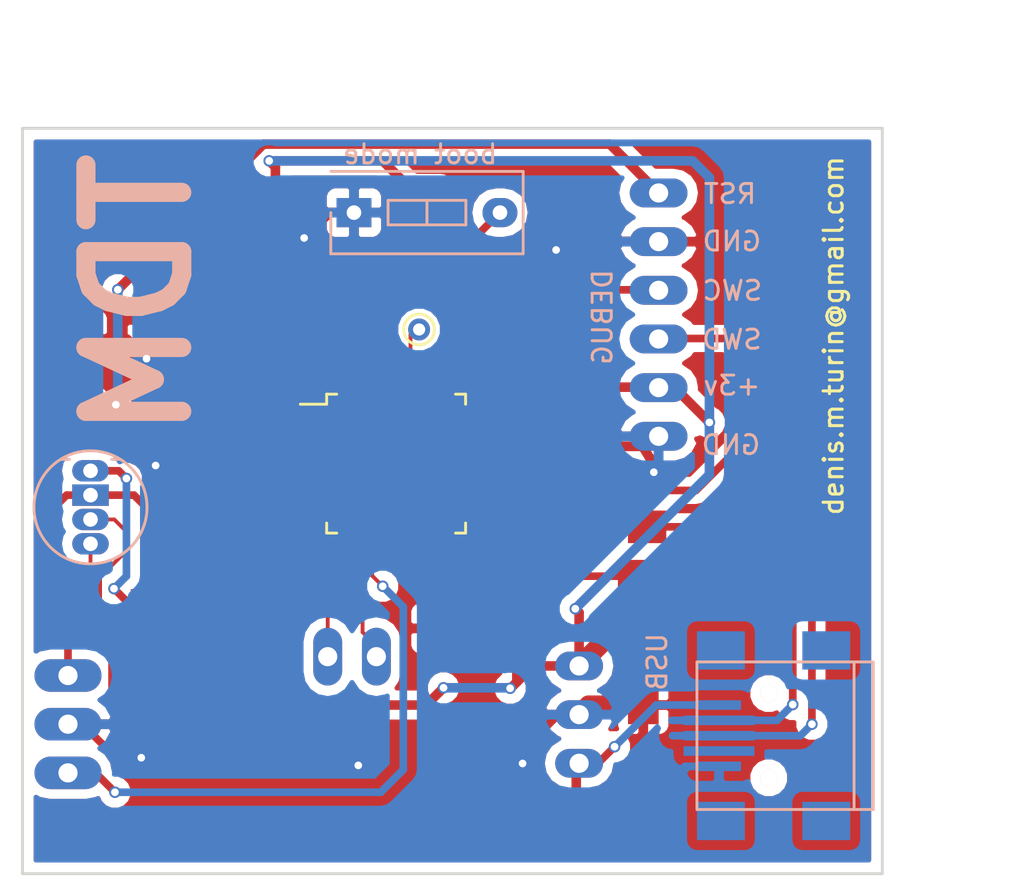
<source format=kicad_pcb>
(kicad_pcb (version 4) (host pcbnew "(2015-10-16 BZR 6271, Git 9aba2f2)-product")

  (general
    (links 60)
    (no_connects 4)
    (area 120 61.958517 177.221429 107.82618)
    (thickness 1.6)
    (drawings 17)
    (tracks 283)
    (zones 0)
    (modules 24)
    (nets 50)
  )

  (page A4)
  (layers
    (0 F.Cu signal)
    (31 B.Cu signal)
    (32 B.Adhes user)
    (33 F.Adhes user)
    (34 B.Paste user)
    (35 F.Paste user)
    (36 B.SilkS user)
    (37 F.SilkS user)
    (38 B.Mask user)
    (39 F.Mask user)
    (40 Dwgs.User user)
    (41 Cmts.User user)
    (42 Eco1.User user)
    (43 Eco2.User user)
    (44 Edge.Cuts user)
    (45 Margin user)
    (46 B.CrtYd user)
    (47 F.CrtYd user)
    (48 B.Fab user)
    (49 F.Fab user)
  )

  (setup
    (last_trace_width 0.5)
    (user_trace_width 0.4)
    (user_trace_width 0.5)
    (user_trace_width 1)
    (trace_clearance 0.1)
    (zone_clearance 0.508)
    (zone_45_only no)
    (trace_min 0.2)
    (segment_width 0.2)
    (edge_width 0.15)
    (via_size 0.6)
    (via_drill 0.4)
    (via_min_size 0.4)
    (via_min_drill 0.3)
    (uvia_size 0.3)
    (uvia_drill 0.1)
    (uvias_allowed no)
    (uvia_min_size 0.2)
    (uvia_min_drill 0.1)
    (pcb_text_width 0.3)
    (pcb_text_size 1.5 1.5)
    (mod_edge_width 0.15)
    (mod_text_size 1 1)
    (mod_text_width 0.15)
    (pad_size 1.524 1.824)
    (pad_drill 0.762)
    (pad_to_mask_clearance 0.07)
    (solder_mask_min_width 0.1)
    (aux_axis_origin 0 0)
    (visible_elements 7FFFFFFF)
    (pcbplotparams
      (layerselection 0x00000_00000000)
      (usegerberextensions false)
      (excludeedgelayer true)
      (linewidth 0.100000)
      (plotframeref false)
      (viasonmask false)
      (mode 1)
      (useauxorigin false)
      (hpglpennumber 1)
      (hpglpenspeed 20)
      (hpglpendiameter 15)
      (hpglpenoverlay 2)
      (psnegative false)
      (psa4output false)
      (plotreference false)
      (plotvalue false)
      (plotinvisibletext false)
      (padsonsilk false)
      (subtractmaskfromsilk false)
      (outputformat 1)
      (mirror false)
      (drillshape 0)
      (scaleselection 1)
      (outputdirectory OutFiles/))
  )

  (net 0 "")
  (net 1 Earth)
  (net 2 +3V3)
  (net 3 "Net-(C4-Pad2)")
  (net 4 "Net-(JP1-Pad2)")
  (net 5 "Net-(P1-Pad3)")
  (net 6 "Net-(P1-Pad4)")
  (net 7 "Net-(P2-Pad2)")
  (net 8 "Net-(P2-Pad3)")
  (net 9 "Net-(D1-Pad4)")
  (net 10 +5V)
  (net 11 "Net-(P2-Pad4)")
  (net 12 "Net-(P2-Pad6)")
  (net 13 "Net-(R3-Pad1)")
  (net 14 "Net-(R4-Pad1)")
  (net 15 "Net-(R5-Pad1)")
  (net 16 "Net-(R6-Pad2)")
  (net 17 "Net-(R7-Pad2)")
  (net 18 "Net-(U2-Pad2)")
  (net 19 "Net-(U2-Pad3)")
  (net 20 "Net-(U2-Pad4)")
  (net 21 "Net-(U2-Pad5)")
  (net 22 "Net-(U2-Pad6)")
  (net 23 "Net-(U2-Pad10)")
  (net 24 "Net-(U2-Pad16)")
  (net 25 "Net-(U2-Pad17)")
  (net 26 "Net-(U2-Pad18)")
  (net 27 "Net-(U2-Pad19)")
  (net 28 "Net-(U2-Pad20)")
  (net 29 "Net-(U2-Pad21)")
  (net 30 "Net-(U2-Pad22)")
  (net 31 "Net-(U2-Pad25)")
  (net 32 "Net-(U2-Pad26)")
  (net 33 "Net-(U2-Pad27)")
  (net 34 "Net-(U2-Pad28)")
  (net 35 "Net-(U2-Pad29)")
  (net 36 "Net-(U2-Pad30)")
  (net 37 "Net-(U2-Pad31)")
  (net 38 "Net-(U2-Pad38)")
  (net 39 "Net-(U2-Pad39)")
  (net 40 "Net-(U2-Pad40)")
  (net 41 "Net-(U2-Pad42)")
  (net 42 "Net-(U2-Pad43)")
  (net 43 "Net-(U2-Pad45)")
  (net 44 "Net-(U2-Pad46)")
  (net 45 "Net-(D1-Pad1)")
  (net 46 "Net-(D1-Pad3)")
  (net 47 "Net-(P3-Pad1)")
  (net 48 "Net-(P3-Pad2)")
  (net 49 "Net-(P4-Pad1)")

  (net_class Default "Это класс цепей по умолчанию."
    (clearance 0.1)
    (trace_width 0.2)
    (via_dia 0.6)
    (via_drill 0.4)
    (uvia_dia 0.3)
    (uvia_drill 0.1)
    (add_net +5V)
    (add_net "Net-(C4-Pad2)")
    (add_net "Net-(D1-Pad1)")
    (add_net "Net-(D1-Pad3)")
    (add_net "Net-(D1-Pad4)")
    (add_net "Net-(JP1-Pad2)")
    (add_net "Net-(P1-Pad3)")
    (add_net "Net-(P1-Pad4)")
    (add_net "Net-(P2-Pad2)")
    (add_net "Net-(P2-Pad3)")
    (add_net "Net-(P2-Pad4)")
    (add_net "Net-(P2-Pad6)")
    (add_net "Net-(P3-Pad1)")
    (add_net "Net-(P3-Pad2)")
    (add_net "Net-(P4-Pad1)")
    (add_net "Net-(R3-Pad1)")
    (add_net "Net-(R4-Pad1)")
    (add_net "Net-(R5-Pad1)")
    (add_net "Net-(R6-Pad2)")
    (add_net "Net-(R7-Pad2)")
    (add_net "Net-(U2-Pad10)")
    (add_net "Net-(U2-Pad16)")
    (add_net "Net-(U2-Pad17)")
    (add_net "Net-(U2-Pad18)")
    (add_net "Net-(U2-Pad19)")
    (add_net "Net-(U2-Pad2)")
    (add_net "Net-(U2-Pad20)")
    (add_net "Net-(U2-Pad21)")
    (add_net "Net-(U2-Pad22)")
    (add_net "Net-(U2-Pad25)")
    (add_net "Net-(U2-Pad26)")
    (add_net "Net-(U2-Pad27)")
    (add_net "Net-(U2-Pad28)")
    (add_net "Net-(U2-Pad29)")
    (add_net "Net-(U2-Pad3)")
    (add_net "Net-(U2-Pad30)")
    (add_net "Net-(U2-Pad31)")
    (add_net "Net-(U2-Pad38)")
    (add_net "Net-(U2-Pad39)")
    (add_net "Net-(U2-Pad4)")
    (add_net "Net-(U2-Pad40)")
    (add_net "Net-(U2-Pad42)")
    (add_net "Net-(U2-Pad43)")
    (add_net "Net-(U2-Pad45)")
    (add_net "Net-(U2-Pad46)")
    (add_net "Net-(U2-Pad5)")
    (add_net "Net-(U2-Pad6)")
  )

  (net_class +3.3V_bold ""
    (clearance 0.1)
    (trace_width 0.4)
    (via_dia 0.6)
    (via_drill 0.4)
    (uvia_dia 0.3)
    (uvia_drill 0.1)
  )

  (net_class +3.3v ""
    (clearance 0.15)
    (trace_width 0.25)
    (via_dia 0.6)
    (via_drill 0.4)
    (uvia_dia 0.3)
    (uvia_drill 0.1)
    (add_net +3V3)
  )

  (net_class BoldGND ""
    (clearance 0.15)
    (trace_width 0.5)
    (via_dia 0.6)
    (via_drill 0.4)
    (uvia_dia 0.3)
    (uvia_drill 0.1)
  )

  (net_class GND ""
    (clearance 0.15)
    (trace_width 0.25)
    (via_dia 0.6)
    (via_drill 0.4)
    (uvia_dia 0.3)
    (uvia_drill 0.1)
    (add_net Earth)
  )

  (module Connect:USB_Mini-B placed (layer B.Cu) (tedit 566EA9C2) (tstamp 561B8407)
    (at 161.2 100 180)
    (descr "USB Mini-B 5-pin SMD connector")
    (tags "USB USB_B USB_Mini connector")
    (path /5616700F)
    (attr smd)
    (fp_text reference P2 (at 0 -6.90118 180) (layer Dwgs.User)
      (effects (font (size 1 1) (thickness 0.15)))
    )
    (fp_text value USB_OTG (at 0 7.0993 180) (layer B.Fab)
      (effects (font (size 1 1) (thickness 0.15)) (justify mirror))
    )
    (fp_line (start -4.85 5.7) (end 4.85 5.7) (layer B.CrtYd) (width 0.05))
    (fp_line (start 4.85 5.7) (end 4.85 -5.7) (layer B.CrtYd) (width 0.05))
    (fp_line (start 4.85 -5.7) (end -4.85 -5.7) (layer B.CrtYd) (width 0.05))
    (fp_line (start -4.85 -5.7) (end -4.85 5.7) (layer B.CrtYd) (width 0.05))
    (fp_line (start -3.59918 3.85064) (end -3.59918 -3.85064) (layer B.SilkS) (width 0.15))
    (fp_line (start -4.59994 3.85064) (end -4.59994 -3.85064) (layer B.SilkS) (width 0.15))
    (fp_line (start -4.59994 -3.85064) (end 4.59994 -3.85064) (layer B.SilkS) (width 0.15))
    (fp_line (start 4.59994 -3.85064) (end 4.59994 3.85064) (layer B.SilkS) (width 0.15))
    (fp_line (start 4.59994 3.85064) (end -4.59994 3.85064) (layer B.SilkS) (width 0.15))
    (pad 1 smd rect (at 3.44932 1.6002 180) (size 2.30124 0.50038) (layers B.Cu B.Paste B.Mask)
      (net 10 +5V))
    (pad 2 smd rect (at 3.44932 0.8001 180) (size 3.7 0.50038) (layers B.Cu B.Paste B.Mask)
      (net 7 "Net-(P2-Pad2)"))
    (pad 3 smd rect (at 3.44932 0 180) (size 3.7 0.50038) (layers B.Cu B.Paste B.Mask)
      (net 8 "Net-(P2-Pad3)"))
    (pad 4 smd rect (at 3.44932 -0.8001 180) (size 3.7 0.50038) (layers B.Cu B.Paste B.Mask)
      (net 11 "Net-(P2-Pad4)"))
    (pad 5 smd rect (at 3.44932 -1.6002 180) (size 2.30124 0.50038) (layers B.Cu B.Paste B.Mask)
      (net 1 Earth))
    (pad 6 smd rect (at 3.35026 4.45008 180) (size 2.49936 1.99898) (layers B.Cu B.Paste B.Mask)
      (net 12 "Net-(P2-Pad6)"))
    (pad 6 smd rect (at -2.14884 4.45008 180) (size 2.49936 1.99898) (layers B.Cu B.Paste B.Mask)
      (net 12 "Net-(P2-Pad6)"))
    (pad 6 smd rect (at 3.35026 -4.45008 180) (size 2.49936 1.99898) (layers B.Cu B.Paste B.Mask)
      (net 12 "Net-(P2-Pad6)"))
    (pad 6 smd rect (at -2.14884 -4.45008 180) (size 2.49936 1.99898) (layers B.Cu B.Paste B.Mask)
      (net 12 "Net-(P2-Pad6)"))
    (pad "" np_thru_hole circle (at 0.8509 2.19964 180) (size 0.89916 0.89916) (drill 0.89916) (layers *.Cu *.Mask B.SilkS))
    (pad "" np_thru_hole circle (at 0.8509 -2.19964 180) (size 0.89916 0.89916) (drill 0.89916) (layers *.Cu *.Mask B.SilkS))
  )

  (module Housings_QFP:LQFP-48_7x7mm_Pitch0.5mm locked (layer F.Cu) (tedit 566EAA45) (tstamp 561B84B7)
    (at 140.9 85.8)
    (descr "48 LEAD LQFP 7x7mm (see MICREL LQFP7x7-48LD-PL-1.pdf)")
    (tags "QFP 0.5")
    (path /56124C07)
    (attr smd)
    (fp_text reference U2 (at 0 -6) (layer Dwgs.User)
      (effects (font (size 1 1) (thickness 0.15)))
    )
    (fp_text value STM32F070CBT6 (at 0 6) (layer F.Fab)
      (effects (font (size 1 1) (thickness 0.15)))
    )
    (fp_line (start -5.25 -5.25) (end -5.25 5.25) (layer F.CrtYd) (width 0.05))
    (fp_line (start 5.25 -5.25) (end 5.25 5.25) (layer F.CrtYd) (width 0.05))
    (fp_line (start -5.25 -5.25) (end 5.25 -5.25) (layer F.CrtYd) (width 0.05))
    (fp_line (start -5.25 5.25) (end 5.25 5.25) (layer F.CrtYd) (width 0.05))
    (fp_line (start -3.625 -3.625) (end -3.625 -3.1) (layer F.SilkS) (width 0.15))
    (fp_line (start 3.625 -3.625) (end 3.625 -3.1) (layer F.SilkS) (width 0.15))
    (fp_line (start 3.625 3.625) (end 3.625 3.1) (layer F.SilkS) (width 0.15))
    (fp_line (start -3.625 3.625) (end -3.625 3.1) (layer F.SilkS) (width 0.15))
    (fp_line (start -3.625 -3.625) (end -3.1 -3.625) (layer F.SilkS) (width 0.15))
    (fp_line (start -3.625 3.625) (end -3.1 3.625) (layer F.SilkS) (width 0.15))
    (fp_line (start 3.625 3.625) (end 3.1 3.625) (layer F.SilkS) (width 0.15))
    (fp_line (start 3.625 -3.625) (end 3.1 -3.625) (layer F.SilkS) (width 0.15))
    (fp_line (start -3.625 -3.1) (end -5 -3.1) (layer F.SilkS) (width 0.15))
    (pad 1 smd rect (at -4.35 -2.75) (size 1.3 0.25) (layers F.Cu F.Paste F.Mask)
      (net 2 +3V3))
    (pad 2 smd rect (at -4.35 -2.25) (size 1.3 0.25) (layers F.Cu F.Paste F.Mask)
      (net 18 "Net-(U2-Pad2)"))
    (pad 3 smd rect (at -4.35 -1.75) (size 1.3 0.25) (layers F.Cu F.Paste F.Mask)
      (net 19 "Net-(U2-Pad3)"))
    (pad 4 smd rect (at -4.35 -1.25) (size 1.3 0.25) (layers F.Cu F.Paste F.Mask)
      (net 20 "Net-(U2-Pad4)"))
    (pad 5 smd rect (at -4.35 -0.75) (size 1.3 0.25) (layers F.Cu F.Paste F.Mask)
      (net 21 "Net-(U2-Pad5)"))
    (pad 6 smd rect (at -4.35 -0.25) (size 1.3 0.25) (layers F.Cu F.Paste F.Mask)
      (net 22 "Net-(U2-Pad6)"))
    (pad 7 smd rect (at -4.35 0.25) (size 1.3 0.25) (layers F.Cu F.Paste F.Mask)
      (net 3 "Net-(C4-Pad2)"))
    (pad 8 smd rect (at -4.35 0.75) (size 1.3 0.25) (layers F.Cu F.Paste F.Mask)
      (net 1 Earth))
    (pad 9 smd rect (at -4.35 1.25) (size 1.3 0.25) (layers F.Cu F.Paste F.Mask)
      (net 2 +3V3))
    (pad 10 smd rect (at -4.35 1.75) (size 1.3 0.25) (layers F.Cu F.Paste F.Mask)
      (net 23 "Net-(U2-Pad10)"))
    (pad 11 smd rect (at -4.35 2.25) (size 1.3 0.25) (layers F.Cu F.Paste F.Mask)
      (net 13 "Net-(R3-Pad1)"))
    (pad 12 smd rect (at -4.35 2.75) (size 1.3 0.25) (layers F.Cu F.Paste F.Mask)
      (net 14 "Net-(R4-Pad1)"))
    (pad 13 smd rect (at -2.75 4.35 90) (size 1.3 0.25) (layers F.Cu F.Paste F.Mask)
      (net 15 "Net-(R5-Pad1)"))
    (pad 14 smd rect (at -2.25 4.35 90) (size 1.3 0.25) (layers F.Cu F.Paste F.Mask)
      (net 47 "Net-(P3-Pad1)"))
    (pad 15 smd rect (at -1.75 4.35 90) (size 1.3 0.25) (layers F.Cu F.Paste F.Mask)
      (net 48 "Net-(P3-Pad2)"))
    (pad 16 smd rect (at -1.25 4.35 90) (size 1.3 0.25) (layers F.Cu F.Paste F.Mask)
      (net 24 "Net-(U2-Pad16)"))
    (pad 17 smd rect (at -0.75 4.35 90) (size 1.3 0.25) (layers F.Cu F.Paste F.Mask)
      (net 25 "Net-(U2-Pad17)"))
    (pad 18 smd rect (at -0.25 4.35 90) (size 1.3 0.25) (layers F.Cu F.Paste F.Mask)
      (net 26 "Net-(U2-Pad18)"))
    (pad 19 smd rect (at 0.25 4.35 90) (size 1.3 0.25) (layers F.Cu F.Paste F.Mask)
      (net 27 "Net-(U2-Pad19)"))
    (pad 20 smd rect (at 0.75 4.35 90) (size 1.3 0.25) (layers F.Cu F.Paste F.Mask)
      (net 28 "Net-(U2-Pad20)"))
    (pad 21 smd rect (at 1.25 4.35 90) (size 1.3 0.25) (layers F.Cu F.Paste F.Mask)
      (net 29 "Net-(U2-Pad21)"))
    (pad 22 smd rect (at 1.75 4.35 90) (size 1.3 0.25) (layers F.Cu F.Paste F.Mask)
      (net 30 "Net-(U2-Pad22)"))
    (pad 23 smd rect (at 2.25 4.35 90) (size 1.3 0.25) (layers F.Cu F.Paste F.Mask)
      (net 1 Earth))
    (pad 24 smd rect (at 2.75 4.35 90) (size 1.3 0.25) (layers F.Cu F.Paste F.Mask)
      (net 2 +3V3))
    (pad 25 smd rect (at 4.35 2.75) (size 1.3 0.25) (layers F.Cu F.Paste F.Mask)
      (net 31 "Net-(U2-Pad25)"))
    (pad 26 smd rect (at 4.35 2.25) (size 1.3 0.25) (layers F.Cu F.Paste F.Mask)
      (net 32 "Net-(U2-Pad26)"))
    (pad 27 smd rect (at 4.35 1.75) (size 1.3 0.25) (layers F.Cu F.Paste F.Mask)
      (net 33 "Net-(U2-Pad27)"))
    (pad 28 smd rect (at 4.35 1.25) (size 1.3 0.25) (layers F.Cu F.Paste F.Mask)
      (net 34 "Net-(U2-Pad28)"))
    (pad 29 smd rect (at 4.35 0.75) (size 1.3 0.25) (layers F.Cu F.Paste F.Mask)
      (net 35 "Net-(U2-Pad29)"))
    (pad 30 smd rect (at 4.35 0.25) (size 1.3 0.25) (layers F.Cu F.Paste F.Mask)
      (net 36 "Net-(U2-Pad30)"))
    (pad 31 smd rect (at 4.35 -0.25) (size 1.3 0.25) (layers F.Cu F.Paste F.Mask)
      (net 37 "Net-(U2-Pad31)"))
    (pad 32 smd rect (at 4.35 -0.75) (size 1.3 0.25) (layers F.Cu F.Paste F.Mask)
      (net 16 "Net-(R6-Pad2)"))
    (pad 33 smd rect (at 4.35 -1.25) (size 1.3 0.25) (layers F.Cu F.Paste F.Mask)
      (net 17 "Net-(R7-Pad2)"))
    (pad 34 smd rect (at 4.35 -1.75) (size 1.3 0.25) (layers F.Cu F.Paste F.Mask)
      (net 5 "Net-(P1-Pad3)"))
    (pad 35 smd rect (at 4.35 -2.25) (size 1.3 0.25) (layers F.Cu F.Paste F.Mask)
      (net 1 Earth))
    (pad 36 smd rect (at 4.35 -2.75) (size 1.3 0.25) (layers F.Cu F.Paste F.Mask)
      (net 2 +3V3))
    (pad 37 smd rect (at 2.75 -4.35 90) (size 1.3 0.25) (layers F.Cu F.Paste F.Mask)
      (net 6 "Net-(P1-Pad4)"))
    (pad 38 smd rect (at 2.25 -4.35 90) (size 1.3 0.25) (layers F.Cu F.Paste F.Mask)
      (net 38 "Net-(U2-Pad38)"))
    (pad 39 smd rect (at 1.75 -4.35 90) (size 1.3 0.25) (layers F.Cu F.Paste F.Mask)
      (net 39 "Net-(U2-Pad39)"))
    (pad 40 smd rect (at 1.25 -4.35 90) (size 1.3 0.25) (layers F.Cu F.Paste F.Mask)
      (net 40 "Net-(U2-Pad40)"))
    (pad 41 smd rect (at 0.75 -4.35 90) (size 1.3 0.25) (layers F.Cu F.Paste F.Mask)
      (net 49 "Net-(P4-Pad1)"))
    (pad 42 smd rect (at 0.25 -4.35 90) (size 1.3 0.25) (layers F.Cu F.Paste F.Mask)
      (net 41 "Net-(U2-Pad42)"))
    (pad 43 smd rect (at -0.25 -4.35 90) (size 1.3 0.25) (layers F.Cu F.Paste F.Mask)
      (net 42 "Net-(U2-Pad43)"))
    (pad 44 smd rect (at -0.75 -4.35 90) (size 1.3 0.25) (layers F.Cu F.Paste F.Mask)
      (net 4 "Net-(JP1-Pad2)"))
    (pad 45 smd rect (at -1.25 -4.35 90) (size 1.3 0.25) (layers F.Cu F.Paste F.Mask)
      (net 43 "Net-(U2-Pad45)"))
    (pad 46 smd rect (at -1.75 -4.35 90) (size 1.3 0.25) (layers F.Cu F.Paste F.Mask)
      (net 44 "Net-(U2-Pad46)"))
    (pad 47 smd rect (at -2.25 -4.35 90) (size 1.3 0.25) (layers F.Cu F.Paste F.Mask)
      (net 1 Earth))
    (pad 48 smd rect (at -2.75 -4.35 90) (size 1.3 0.25) (layers F.Cu F.Paste F.Mask)
      (net 2 +3V3))
    (model Housings_QFP.3dshapes/LQFP-48_7x7mm_Pitch0.5mm.wrl
      (at (xyz 0 0 0))
      (scale (xyz 1 1 1))
      (rotate (xyz 0 0 0))
    )
  )

  (module TO_SOT_Packages_THT:TO-220_Neutral123_PadsOnly (layer F.Cu) (tedit 566EB4F3) (tstamp 5624CAA7)
    (at 150.45 98.9 270)
    (path /561C0FBA)
    (fp_text reference U1 (at 0.0508 -3.40106 270) (layer Dwgs.User)
      (effects (font (size 1 1) (thickness 0.15)))
    )
    (fp_text value L78L (at -0.20066 3.2512 270) (layer F.Fab)
      (effects (font (size 1 1) (thickness 0.15)))
    )
    (pad 2 thru_hole oval (at 0 0) (size 2.49936 1.50114) (drill 1.00076) (layers *.Cu *.Mask)
      (net 1 Earth))
    (pad 1 thru_hole oval (at -2.54 0) (size 2.49936 1.50114) (drill 1.00076) (layers *.Cu *.Mask)
      (net 2 +3V3))
    (pad 3 thru_hole oval (at 2.54 0) (size 2.49936 1.50114) (drill 1.00076) (layers *.Cu *.Mask)
      (net 10 +5V))
    (model TO_SOT_Packages_THT.3dshapes/TO-220_Neutral123_PadsOnly.wrl
      (at (xyz 0 0 0))
      (scale (xyz 0.3937 0.3937 0.3937))
      (rotate (xyz 0 0 0))
    )
  )

  (module Footprint_lib:PINHEAD1-6_DENIS placed (layer F.Cu) (tedit 566E9E72) (tstamp 566E9FE6)
    (at 154.6 78.025 90)
    (path /561656CE)
    (attr virtual)
    (fp_text reference P1 (at 6.8 -3.975 90) (layer Dwgs.User)
      (effects (font (size 1 1) (thickness 0.15)))
    )
    (fp_text value CONN_01X06 (at 0.2286 -3.937 90) (layer F.Fab)
      (effects (font (size 1 1) (thickness 0.15)))
    )
    (fp_line (start -0.0254 4.6) (end 7.5946 4.6) (layer Dwgs.User) (width 0.15))
    (fp_line (start 0 -1.27) (end 7.62 -1.27) (layer Dwgs.User) (width 0.15))
    (fp_line (start 0 -3.175) (end 7.62 -3.175) (layer Dwgs.User) (width 0.15))
    (fp_line (start -7.62 -3.175) (end -7.62 4.6) (layer Dwgs.User) (width 0.15))
    (fp_line (start 7.62 -3.175) (end 7.62 4.6) (layer Dwgs.User) (width 0.15))
    (fp_line (start 0 -1.27) (end -7.62 -1.27) (layer Dwgs.User) (width 0.15))
    (fp_line (start -7.62 -3.175) (end 0 -3.175) (layer Dwgs.User) (width 0.15))
    (fp_line (start 0.0508 4.6) (end -7.5692 4.6) (layer Dwgs.User) (width 0.15))
    (pad 1 thru_hole oval (at -6.35 0 90) (size 1.50622 3.01498) (drill 0.99822) (layers *.Cu *.Mask)
      (net 1 Earth))
    (pad 2 thru_hole oval (at -3.81 0 90) (size 1.50622 3.01498) (drill 0.99822) (layers *.Cu *.Mask)
      (net 2 +3V3))
    (pad 3 thru_hole oval (at -1.27 0 90) (size 1.50622 3.01498) (drill 0.99822) (layers *.Cu *.Mask)
      (net 5 "Net-(P1-Pad3)"))
    (pad 4 thru_hole oval (at 1.27 0 90) (size 1.50622 3.01498) (drill 0.99822) (layers *.Cu *.Mask)
      (net 6 "Net-(P1-Pad4)"))
    (pad 5 thru_hole oval (at 3.81 0 90) (size 1.50622 3.01498) (drill 0.99822) (layers *.Cu *.Mask)
      (net 1 Earth))
    (pad 6 thru_hole oval (at 6.35 0 90) (size 1.50622 3.01498) (drill 0.99822) (layers *.Cu *.Mask)
      (net 3 "Net-(C4-Pad2)"))
  )

  (module Footprint_lib:LED-RGB-5MM_Common_Cathode_DENIS (layer F.Cu) (tedit 566EB4D3) (tstamp 566EAC57)
    (at 124.95 86.175)
    (descr "5mm common cathode RGB LED")
    (tags "RGB LED 5mm Common Cathode")
    (path /5624F99B)
    (fp_text reference D1 (at 0 -2.25) (layer Dwgs.User)
      (effects (font (size 1 1) (thickness 0.15)))
    )
    (fp_text value LED_RABG (at 0 6.25) (layer F.Fab)
      (effects (font (size 1 1) (thickness 0.15)))
    )
    (fp_circle (center 0 1.905) (end 3.2 1.905) (layer F.CrtYd) (width 0.05))
    (fp_line (start -1.1 -0.595) (end -1.55 -0.595) (layer B.SilkS) (width 0.15))
    (fp_circle (center 0 1.905) (end 2.95 1.905) (layer B.SilkS) (width 0.15))
    (fp_line (start 1.1 -0.595) (end 1.55 -0.595) (layer B.SilkS) (width 0.15))
    (pad 1 thru_hole oval (at 0 0) (size 1.905 1.1176) (drill 0.762) (layers *.Cu *.Mask)
      (net 45 "Net-(D1-Pad1)"))
    (pad 2 thru_hole rect (at 0 1.27) (size 1.905 1.1176) (drill 0.762) (layers *.Cu *.Mask)
      (net 2 +3V3))
    (pad 3 thru_hole oval (at 0 2.54) (size 1.905 1.1176) (drill 0.762) (layers *.Cu *.Mask)
      (net 46 "Net-(D1-Pad3)"))
    (pad 4 thru_hole oval (at 0 3.81) (size 1.905 1.1176) (drill 0.762) (layers *.Cu *.Mask)
      (net 9 "Net-(D1-Pad4)"))
  )

  (module Connect:PINTST (layer F.Cu) (tedit 566EB4FF) (tstamp 566EAC62)
    (at 142.1 78.8)
    (descr "module 1 pin (ou trou mecanique de percage)")
    (tags DEV)
    (path /566EA514)
    (fp_text reference P4 (at 0 -1.26746) (layer Dwgs.User)
      (effects (font (size 1 1) (thickness 0.15)))
    )
    (fp_text value CONN_01X01 (at 0 1.27) (layer F.Fab)
      (effects (font (size 1 1) (thickness 0.15)))
    )
    (fp_circle (center 0 0) (end -0.254 -0.762) (layer F.SilkS) (width 0.15))
    (pad 1 thru_hole circle (at 0 0) (size 1.143 1.143) (drill 0.635) (layers *.Cu *.Mask)
      (net 49 "Net-(P4-Pad1)"))
    (model Connect.3dshapes/PINTST.wrl
      (at (xyz 0 0 0))
      (scale (xyz 1 1 1))
      (rotate (xyz 0 0 0))
    )
  )

  (module Footprint_lib:SW_DIP_x1_Slide_DENIS locked (layer F.Cu) (tedit 566EB50C) (tstamp 566EAED4)
    (at 138.7 72.7 270)
    (descr "CTS Electrocomponents, Series 206/208")
    (path /561623DE)
    (fp_text reference JP1 (at 0 -10 270) (layer Dwgs.User)
      (effects (font (size 1 1) (thickness 0.15)))
    )
    (fp_text value JUMPER (at 0.5 2.4 270) (layer F.Fab)
      (effects (font (size 1 1) (thickness 0.15)))
    )
    (fp_line (start 2.5 1.55) (end -2.5 1.55) (layer F.CrtYd) (width 0.05))
    (fp_line (start -2.5 1.55) (end -2.5 -9.15) (layer F.CrtYd) (width 0.05))
    (fp_line (start -2.5 -9.15) (end 2.5 -9.15) (layer F.CrtYd) (width 0.05))
    (fp_line (start 2.5 -9.15) (end 2.5 1.55) (layer F.CrtYd) (width 0.05))
    (fp_line (start -2.15 -8.83) (end 2.15 -8.83) (layer B.SilkS) (width 0.15))
    (fp_line (start 0 1.21) (end 2.15 1.21) (layer B.SilkS) (width 0.15))
    (fp_line (start -2.15 -8.83) (end -2.15 1.21) (layer B.SilkS) (width 0.15))
    (fp_line (start 2.15 -8.83) (end 2.15 1.21) (layer B.SilkS) (width 0.15))
    (fp_line (start -0.64 -3.81) (end 0.64 -3.81) (layer B.SilkS) (width 0.15))
    (fp_line (start -0.64 -5.84) (end -0.64 -1.78) (layer B.SilkS) (width 0.15))
    (fp_line (start -0.64 -1.78) (end 0.64 -1.78) (layer B.SilkS) (width 0.15))
    (fp_line (start 0.64 -1.78) (end 0.64 -5.84) (layer B.SilkS) (width 0.15))
    (fp_line (start 0.64 -5.84) (end -0.64 -5.84) (layer B.SilkS) (width 0.15))
    (pad 1 thru_hole rect (at 0 0 270) (size 1.524 1.824) (drill 0.762) (layers *.Cu *.Mask)
      (net 1 Earth))
    (pad 2 thru_hole oval (at 0 -7.62 270) (size 1.524 1.824) (drill 0.762) (layers *.Cu *.Mask)
      (net 4 "Net-(JP1-Pad2)"))
    (model Buttons_Switches_ThroughHole.3dshapes/SW_DIP_x1_Slide.wrl
      (at (xyz 0 0 0))
      (scale (xyz 1 1 1))
      (rotate (xyz 0 0 0))
    )
  )

  (module Footprint_lib:CSTCE_G_Murata_Resonator_withoutSilk (layer F.Cu) (tedit 566EB62C) (tstamp 566EB76E)
    (at 131.1 81.7)
    (path /561685B4)
    (fp_text reference X1 (at 1.48082 4.35356) (layer Dwgs.User)
      (effects (font (size 1 1) (thickness 0.15)))
    )
    (fp_text value CRYSTAL_SMD (at 1.27 2.802) (layer F.Fab)
      (effects (font (size 1 1) (thickness 0.15)))
    )
    (pad 1 smd rect (at 0 0.762) (size 0.4 2.1) (layers F.Cu F.Paste F.Mask)
      (net 22 "Net-(U2-Pad6)"))
    (pad 2 smd rect (at 1.2 0.762) (size 0.4 2.1) (layers F.Cu F.Paste F.Mask)
      (net 1 Earth))
    (pad 3 smd rect (at 2.4 0.762) (size 0.4 2.1) (layers F.Cu F.Paste F.Mask)
      (net 21 "Net-(U2-Pad5)"))
  )

  (module Footprint_lib:R_1206_HandSoldering_withoutSilk locked (layer F.Cu) (tedit 566EB772) (tstamp 566EB8FD)
    (at 142.4 74.2 270)
    (descr "Resistor SMD 1206, hand soldering")
    (tags "resistor 1206")
    (path /561624F0)
    (attr smd)
    (fp_text reference R1 (at 0 -2.3 270) (layer Dwgs.User)
      (effects (font (size 1 1) (thickness 0.15)))
    )
    (fp_text value 10K (at 0 2.3 270) (layer F.Fab)
      (effects (font (size 1 1) (thickness 0.15)))
    )
    (fp_line (start -3.3 -1.2) (end 3.3 -1.2) (layer F.CrtYd) (width 0.05))
    (fp_line (start -3.3 1.2) (end 3.3 1.2) (layer F.CrtYd) (width 0.05))
    (fp_line (start -3.3 -1.2) (end -3.3 1.2) (layer F.CrtYd) (width 0.05))
    (fp_line (start 3.3 -1.2) (end 3.3 1.2) (layer F.CrtYd) (width 0.05))
    (pad 1 smd rect (at -2 0 270) (size 2 1.7) (layers F.Cu F.Paste F.Mask)
      (net 2 +3V3))
    (pad 2 smd rect (at 2 0 270) (size 2 1.7) (layers F.Cu F.Paste F.Mask)
      (net 4 "Net-(JP1-Pad2)"))
    (model Resistors_SMD.3dshapes/R_1206_HandSoldering.wrl
      (at (xyz 0 0 0))
      (scale (xyz 1 1 1))
      (rotate (xyz 0 0 0))
    )
  )

  (module Footprint_lib:R_1206_HandSoldering_withoutSilk (layer F.Cu) (tedit 566EBA75) (tstamp 566EB906)
    (at 130.05 93.2 180)
    (descr "Resistor SMD 1206, hand soldering")
    (tags "resistor 1206")
    (path /5616C7D2)
    (attr smd)
    (fp_text reference R3 (at 0 -2.3 180) (layer Dwgs.User)
      (effects (font (size 1 1) (thickness 0.15)))
    )
    (fp_text value 62 (at 0 0.025 180) (layer F.Fab)
      (effects (font (size 1 1) (thickness 0.16)))
    )
    (fp_line (start -3.3 -1.2) (end 3.3 -1.2) (layer F.CrtYd) (width 0.05))
    (fp_line (start -3.3 1.2) (end 3.3 1.2) (layer F.CrtYd) (width 0.05))
    (fp_line (start -3.3 -1.2) (end -3.3 1.2) (layer F.CrtYd) (width 0.05))
    (fp_line (start 3.3 -1.2) (end 3.3 1.2) (layer F.CrtYd) (width 0.05))
    (pad 1 smd rect (at -2 0 180) (size 2 1.7) (layers F.Cu F.Paste F.Mask)
      (net 13 "Net-(R3-Pad1)"))
    (pad 2 smd rect (at 2 0 180) (size 2 1.7) (layers F.Cu F.Paste F.Mask)
      (net 45 "Net-(D1-Pad1)"))
    (model Resistors_SMD.3dshapes/R_1206_HandSoldering.wrl
      (at (xyz 0 0 0))
      (scale (xyz 1 1 1))
      (rotate (xyz 0 0 0))
    )
  )

  (module Footprint_lib:R_1206_HandSoldering_withoutSilk (layer F.Cu) (tedit 566EBA6D) (tstamp 566EB90F)
    (at 130.05 95.95 180)
    (descr "Resistor SMD 1206, hand soldering")
    (tags "resistor 1206")
    (path /5616C780)
    (attr smd)
    (fp_text reference R4 (at 0 -2.3 180) (layer Dwgs.User)
      (effects (font (size 1 1) (thickness 0.15)))
    )
    (fp_text value 5 (at 0.175 -0.125 180) (layer F.Fab)
      (effects (font (size 1 1) (thickness 0.16)))
    )
    (fp_line (start -3.3 -1.2) (end 3.3 -1.2) (layer F.CrtYd) (width 0.05))
    (fp_line (start -3.3 1.2) (end 3.3 1.2) (layer F.CrtYd) (width 0.05))
    (fp_line (start -3.3 -1.2) (end -3.3 1.2) (layer F.CrtYd) (width 0.05))
    (fp_line (start 3.3 -1.2) (end 3.3 1.2) (layer F.CrtYd) (width 0.05))
    (pad 1 smd rect (at -2 0 180) (size 2 1.7) (layers F.Cu F.Paste F.Mask)
      (net 14 "Net-(R4-Pad1)"))
    (pad 2 smd rect (at 2 0 180) (size 2 1.7) (layers F.Cu F.Paste F.Mask)
      (net 46 "Net-(D1-Pad3)"))
    (model Resistors_SMD.3dshapes/R_1206_HandSoldering.wrl
      (at (xyz 0 0 0))
      (scale (xyz 1 1 1))
      (rotate (xyz 0 0 0))
    )
  )

  (module Footprint_lib:R_1206_HandSoldering_withoutSilk (layer F.Cu) (tedit 566EBA62) (tstamp 566EB918)
    (at 129.975 98.725 180)
    (descr "Resistor SMD 1206, hand soldering")
    (tags "resistor 1206")
    (path /5616C5E4)
    (attr smd)
    (fp_text reference R5 (at 0 -2.3 180) (layer Dwgs.User)
      (effects (font (size 1 1) (thickness 0.15)))
    )
    (fp_text value 5 (at 0.2 -0.225 180) (layer F.Fab)
      (effects (font (size 1 1) (thickness 0.16)))
    )
    (fp_line (start -3.3 -1.2) (end 3.3 -1.2) (layer F.CrtYd) (width 0.05))
    (fp_line (start -3.3 1.2) (end 3.3 1.2) (layer F.CrtYd) (width 0.05))
    (fp_line (start -3.3 -1.2) (end -3.3 1.2) (layer F.CrtYd) (width 0.05))
    (fp_line (start 3.3 -1.2) (end 3.3 1.2) (layer F.CrtYd) (width 0.05))
    (pad 1 smd rect (at -2 0 180) (size 2 1.7) (layers F.Cu F.Paste F.Mask)
      (net 15 "Net-(R5-Pad1)"))
    (pad 2 smd rect (at 2 0 180) (size 2 1.7) (layers F.Cu F.Paste F.Mask)
      (net 9 "Net-(D1-Pad4)"))
    (model Resistors_SMD.3dshapes/R_1206_HandSoldering.wrl
      (at (xyz 0 0 0))
      (scale (xyz 1 1 1))
      (rotate (xyz 0 0 0))
    )
  )

  (module Footprint_lib:R_1206_HandSoldering_withoutSilk locked (layer F.Cu) (tedit 566EB772) (tstamp 566EB921)
    (at 155.475 91.675 180)
    (descr "Resistor SMD 1206, hand soldering")
    (tags "resistor 1206")
    (path /561675C5)
    (attr smd)
    (fp_text reference R6 (at 0 -2.3 180) (layer Dwgs.User)
      (effects (font (size 1 1) (thickness 0.15)))
    )
    (fp_text value 33 (at 0 2.3 180) (layer F.Fab)
      (effects (font (size 1 1) (thickness 0.15)))
    )
    (fp_line (start -3.3 -1.2) (end 3.3 -1.2) (layer F.CrtYd) (width 0.05))
    (fp_line (start -3.3 1.2) (end 3.3 1.2) (layer F.CrtYd) (width 0.05))
    (fp_line (start -3.3 -1.2) (end -3.3 1.2) (layer F.CrtYd) (width 0.05))
    (fp_line (start 3.3 -1.2) (end 3.3 1.2) (layer F.CrtYd) (width 0.05))
    (pad 1 smd rect (at -2 0 180) (size 2 1.7) (layers F.Cu F.Paste F.Mask)
      (net 7 "Net-(P2-Pad2)"))
    (pad 2 smd rect (at 2 0 180) (size 2 1.7) (layers F.Cu F.Paste F.Mask)
      (net 16 "Net-(R6-Pad2)"))
    (model Resistors_SMD.3dshapes/R_1206_HandSoldering.wrl
      (at (xyz 0 0 0))
      (scale (xyz 1 1 1))
      (rotate (xyz 0 0 0))
    )
  )

  (module Footprint_lib:R_1206_HandSoldering_withoutSilk locked (layer F.Cu) (tedit 566EB772) (tstamp 566EB92A)
    (at 152 89.1 180)
    (descr "Resistor SMD 1206, hand soldering")
    (tags "resistor 1206")
    (path /561673B1)
    (attr smd)
    (fp_text reference R7 (at 0 -2.3 180) (layer Dwgs.User)
      (effects (font (size 1 1) (thickness 0.15)))
    )
    (fp_text value 33 (at 0 2.3 180) (layer F.Fab)
      (effects (font (size 1 1) (thickness 0.15)))
    )
    (fp_line (start -3.3 -1.2) (end 3.3 -1.2) (layer F.CrtYd) (width 0.05))
    (fp_line (start -3.3 1.2) (end 3.3 1.2) (layer F.CrtYd) (width 0.05))
    (fp_line (start -3.3 -1.2) (end -3.3 1.2) (layer F.CrtYd) (width 0.05))
    (fp_line (start 3.3 -1.2) (end 3.3 1.2) (layer F.CrtYd) (width 0.05))
    (pad 1 smd rect (at -2 0 180) (size 2 1.7) (layers F.Cu F.Paste F.Mask)
      (net 8 "Net-(P2-Pad3)"))
    (pad 2 smd rect (at 2 0 180) (size 2 1.7) (layers F.Cu F.Paste F.Mask)
      (net 17 "Net-(R7-Pad2)"))
    (model Resistors_SMD.3dshapes/R_1206_HandSoldering.wrl
      (at (xyz 0 0 0))
      (scale (xyz 1 1 1))
      (rotate (xyz 0 0 0))
    )
  )

  (module Footprint_lib:C_1206_HandSoldering_withoutSilk locked (layer F.Cu) (tedit 566EB82A) (tstamp 566EBAC7)
    (at 153.8 96.4 270)
    (descr "Capacitor SMD 1206, hand soldering")
    (tags "capacitor 1206")
    (path /561BA0C2)
    (attr smd)
    (fp_text reference C1 (at 0 -2.3 270) (layer Dwgs.User)
      (effects (font (size 1 1) (thickness 0.15)))
    )
    (fp_text value "100 nF" (at 0.4 -0.1 270) (layer F.Fab)
      (effects (font (size 1 1) (thickness 0.15)))
    )
    (fp_line (start -3.3 -1.15) (end 3.3 -1.15) (layer F.CrtYd) (width 0.05))
    (fp_line (start -3.3 1.15) (end 3.3 1.15) (layer F.CrtYd) (width 0.05))
    (fp_line (start -3.3 -1.15) (end -3.3 1.15) (layer F.CrtYd) (width 0.05))
    (fp_line (start 3.3 -1.15) (end 3.3 1.15) (layer F.CrtYd) (width 0.05))
    (pad 1 smd rect (at -2 0 270) (size 2 1.6) (layers F.Cu F.Paste F.Mask)
      (net 2 +3V3))
    (pad 2 smd rect (at 2 0 270) (size 2 1.6) (layers F.Cu F.Paste F.Mask)
      (net 1 Earth))
    (model Capacitors_SMD.3dshapes/C_1206_HandSoldering.wrl
      (at (xyz 0 0 0))
      (scale (xyz 1 1 1))
      (rotate (xyz 0 0 0))
    )
  )

  (module Footprint_lib:C_1206_HandSoldering_withoutSilk locked (layer F.Cu) (tedit 566EB82A) (tstamp 566EBAD0)
    (at 150.2 82.8 90)
    (descr "Capacitor SMD 1206, hand soldering")
    (tags "capacitor 1206")
    (path /56128AA7)
    (attr smd)
    (fp_text reference C2 (at 0 -2.3 90) (layer Dwgs.User)
      (effects (font (size 1 1) (thickness 0.15)))
    )
    (fp_text value "100 nF" (at 0.4 -0.1 90) (layer F.Fab)
      (effects (font (size 1 1) (thickness 0.15)))
    )
    (fp_line (start -3.3 -1.15) (end 3.3 -1.15) (layer F.CrtYd) (width 0.05))
    (fp_line (start -3.3 1.15) (end 3.3 1.15) (layer F.CrtYd) (width 0.05))
    (fp_line (start -3.3 -1.15) (end -3.3 1.15) (layer F.CrtYd) (width 0.05))
    (fp_line (start 3.3 -1.15) (end 3.3 1.15) (layer F.CrtYd) (width 0.05))
    (pad 1 smd rect (at -2 0 90) (size 2 1.6) (layers F.Cu F.Paste F.Mask)
      (net 1 Earth))
    (pad 2 smd rect (at 2 0 90) (size 2 1.6) (layers F.Cu F.Paste F.Mask)
      (net 2 +3V3))
    (model Capacitors_SMD.3dshapes/C_1206_HandSoldering.wrl
      (at (xyz 0 0 0))
      (scale (xyz 1 1 1))
      (rotate (xyz 0 0 0))
    )
  )

  (module Footprint_lib:C_1206_HandSoldering_withoutSilk locked (layer F.Cu) (tedit 566EBA88) (tstamp 566EBAD9)
    (at 148.3 104.4 180)
    (descr "Capacitor SMD 1206, hand soldering")
    (tags "capacitor 1206")
    (path /561BA456)
    (attr smd)
    (fp_text reference C3 (at 0 -2.3 180) (layer Dwgs.User)
      (effects (font (size 1 1) (thickness 0.15)))
    )
    (fp_text value "330 nF" (at 0.025 -1.8 180) (layer F.Fab)
      (effects (font (size 1 1) (thickness 0.16)))
    )
    (fp_line (start -3.3 -1.15) (end 3.3 -1.15) (layer F.CrtYd) (width 0.05))
    (fp_line (start -3.3 1.15) (end 3.3 1.15) (layer F.CrtYd) (width 0.05))
    (fp_line (start -3.3 -1.15) (end -3.3 1.15) (layer F.CrtYd) (width 0.05))
    (fp_line (start 3.3 -1.15) (end 3.3 1.15) (layer F.CrtYd) (width 0.05))
    (pad 1 smd rect (at -2 0 180) (size 2 1.6) (layers F.Cu F.Paste F.Mask)
      (net 10 +5V))
    (pad 2 smd rect (at 2 0 180) (size 2 1.6) (layers F.Cu F.Paste F.Mask)
      (net 1 Earth))
    (model Capacitors_SMD.3dshapes/C_1206_HandSoldering.wrl
      (at (xyz 0 0 0))
      (scale (xyz 1 1 1))
      (rotate (xyz 0 0 0))
    )
  )

  (module Footprint_lib:C_1206_HandSoldering_withoutSilk locked (layer F.Cu) (tedit 566EB82A) (tstamp 566EBAE2)
    (at 124.5 81.3 270)
    (descr "Capacitor SMD 1206, hand soldering")
    (tags "capacitor 1206")
    (path /561642F5)
    (attr smd)
    (fp_text reference C4 (at 0 -2.3 270) (layer Dwgs.User)
      (effects (font (size 1 1) (thickness 0.15)))
    )
    (fp_text value "100 nF" (at 0.4 -0.1 270) (layer F.Fab)
      (effects (font (size 1 1) (thickness 0.15)))
    )
    (fp_line (start -3.3 -1.15) (end 3.3 -1.15) (layer F.CrtYd) (width 0.05))
    (fp_line (start -3.3 1.15) (end 3.3 1.15) (layer F.CrtYd) (width 0.05))
    (fp_line (start -3.3 -1.15) (end -3.3 1.15) (layer F.CrtYd) (width 0.05))
    (fp_line (start 3.3 -1.15) (end 3.3 1.15) (layer F.CrtYd) (width 0.05))
    (pad 1 smd rect (at -2 0 270) (size 2 1.6) (layers F.Cu F.Paste F.Mask)
      (net 1 Earth))
    (pad 2 smd rect (at 2 0 270) (size 2 1.6) (layers F.Cu F.Paste F.Mask)
      (net 3 "Net-(C4-Pad2)"))
    (model Capacitors_SMD.3dshapes/C_1206_HandSoldering.wrl
      (at (xyz 0 0 0))
      (scale (xyz 1 1 1))
      (rotate (xyz 0 0 0))
    )
  )

  (module Footprint_lib:C_1206_HandSoldering_withoutSilk locked (layer F.Cu) (tedit 566EB82A) (tstamp 566EBAEB)
    (at 145.2 94.4)
    (descr "Capacitor SMD 1206, hand soldering")
    (tags "capacitor 1206")
    (path /5612573E)
    (attr smd)
    (fp_text reference C5 (at 0 -2.3) (layer Dwgs.User)
      (effects (font (size 1 1) (thickness 0.15)))
    )
    (fp_text value "100 nF" (at 0.4 -0.1) (layer F.Fab)
      (effects (font (size 1 1) (thickness 0.15)))
    )
    (fp_line (start -3.3 -1.15) (end 3.3 -1.15) (layer F.CrtYd) (width 0.05))
    (fp_line (start -3.3 1.15) (end 3.3 1.15) (layer F.CrtYd) (width 0.05))
    (fp_line (start -3.3 -1.15) (end -3.3 1.15) (layer F.CrtYd) (width 0.05))
    (fp_line (start 3.3 -1.15) (end 3.3 1.15) (layer F.CrtYd) (width 0.05))
    (pad 1 smd rect (at -2 0) (size 2 1.6) (layers F.Cu F.Paste F.Mask)
      (net 1 Earth))
    (pad 2 smd rect (at 2 0) (size 2 1.6) (layers F.Cu F.Paste F.Mask)
      (net 2 +3V3))
    (model Capacitors_SMD.3dshapes/C_1206_HandSoldering.wrl
      (at (xyz 0 0 0))
      (scale (xyz 1 1 1))
      (rotate (xyz 0 0 0))
    )
  )

  (module Footprint_lib:C_1206_HandSoldering_withoutSilk locked (layer F.Cu) (tedit 566EB82A) (tstamp 566EBAF4)
    (at 136.6 76.3 180)
    (descr "Capacitor SMD 1206, hand soldering")
    (tags "capacitor 1206")
    (path /56125A74)
    (attr smd)
    (fp_text reference C6 (at 0 -2.3 180) (layer Dwgs.User)
      (effects (font (size 1 1) (thickness 0.15)))
    )
    (fp_text value "100 nF" (at 0.4 -0.1 180) (layer F.Fab)
      (effects (font (size 1 1) (thickness 0.15)))
    )
    (fp_line (start -3.3 -1.15) (end 3.3 -1.15) (layer F.CrtYd) (width 0.05))
    (fp_line (start -3.3 1.15) (end 3.3 1.15) (layer F.CrtYd) (width 0.05))
    (fp_line (start -3.3 -1.15) (end -3.3 1.15) (layer F.CrtYd) (width 0.05))
    (fp_line (start 3.3 -1.15) (end 3.3 1.15) (layer F.CrtYd) (width 0.05))
    (pad 1 smd rect (at -2 0 180) (size 2 1.6) (layers F.Cu F.Paste F.Mask)
      (net 1 Earth))
    (pad 2 smd rect (at 2 0 180) (size 2 1.6) (layers F.Cu F.Paste F.Mask)
      (net 2 +3V3))
    (model Capacitors_SMD.3dshapes/C_1206_HandSoldering.wrl
      (at (xyz 0 0 0))
      (scale (xyz 1 1 1))
      (rotate (xyz 0 0 0))
    )
  )

  (module Footprint_lib:C_1206_HandSoldering_withoutSilk locked (layer F.Cu) (tedit 566EBA7F) (tstamp 566EBAFD)
    (at 130.6 88.5 270)
    (descr "Capacitor SMD 1206, hand soldering")
    (tags "capacitor 1206")
    (path /56125DC2)
    (attr smd)
    (fp_text reference C7 (at 0 -2.3 270) (layer Dwgs.User)
      (effects (font (size 1 1) (thickness 0.15)))
    )
    (fp_text value "100 nF" (at 0.1 -1.85 270) (layer F.Fab)
      (effects (font (size 1 1) (thickness 0.16)))
    )
    (fp_line (start -3.3 -1.15) (end 3.3 -1.15) (layer F.CrtYd) (width 0.05))
    (fp_line (start -3.3 1.15) (end 3.3 1.15) (layer F.CrtYd) (width 0.05))
    (fp_line (start -3.3 -1.15) (end -3.3 1.15) (layer F.CrtYd) (width 0.05))
    (fp_line (start 3.3 -1.15) (end 3.3 1.15) (layer F.CrtYd) (width 0.05))
    (pad 1 smd rect (at -2 0 270) (size 2 1.6) (layers F.Cu F.Paste F.Mask)
      (net 1 Earth))
    (pad 2 smd rect (at 2 0 270) (size 2 1.6) (layers F.Cu F.Paste F.Mask)
      (net 2 +3V3))
    (model Capacitors_SMD.3dshapes/C_1206_HandSoldering.wrl
      (at (xyz 0 0 0))
      (scale (xyz 1 1 1))
      (rotate (xyz 0 0 0))
    )
  )

  (module Footprint_lib:C_1206_HandSoldering_withoutSilk locked (layer F.Cu) (tedit 566EB82A) (tstamp 566EBB06)
    (at 130.4 78.3 180)
    (descr "Capacitor SMD 1206, hand soldering")
    (tags "capacitor 1206")
    (path /561C6D20)
    (attr smd)
    (fp_text reference C8 (at 0 -2.3 180) (layer Dwgs.User)
      (effects (font (size 1 1) (thickness 0.15)))
    )
    (fp_text value "100 nF" (at 0.4 -0.1 180) (layer F.Fab)
      (effects (font (size 1 1) (thickness 0.15)))
    )
    (fp_line (start -3.3 -1.15) (end 3.3 -1.15) (layer F.CrtYd) (width 0.05))
    (fp_line (start -3.3 1.15) (end 3.3 1.15) (layer F.CrtYd) (width 0.05))
    (fp_line (start -3.3 -1.15) (end -3.3 1.15) (layer F.CrtYd) (width 0.05))
    (fp_line (start 3.3 -1.15) (end 3.3 1.15) (layer F.CrtYd) (width 0.05))
    (pad 1 smd rect (at -2 0 180) (size 2 1.6) (layers F.Cu F.Paste F.Mask)
      (net 2 +3V3))
    (pad 2 smd rect (at 2 0 180) (size 2 1.6) (layers F.Cu F.Paste F.Mask)
      (net 1 Earth))
    (model Capacitors_SMD.3dshapes/C_1206_HandSoldering.wrl
      (at (xyz 0 0 0))
      (scale (xyz 1 1 1))
      (rotate (xyz 0 0 0))
    )
  )

  (module Footprint_lib:PINHEAD1-2_withoutSilk (layer F.Cu) (tedit 566EB7F9) (tstamp 566EBB0F)
    (at 138.6 95.875)
    (path /566E9A1F)
    (attr virtual)
    (fp_text reference P3 (at 0 -3.9) (layer Dwgs.User)
      (effects (font (size 1 1) (thickness 0.15)))
    )
    (fp_text value CONN_01X02 (at 0 3.81) (layer F.Fab)
      (effects (font (size 1 1) (thickness 0.15)))
    )
    (pad 1 thru_hole oval (at -1.27 0) (size 1.50622 3.01498) (drill 0.99822) (layers *.Cu *.Mask)
      (net 47 "Net-(P3-Pad1)"))
    (pad 2 thru_hole oval (at 1.27 0) (size 1.50622 3.01498) (drill 0.99822) (layers *.Cu *.Mask)
      (net 48 "Net-(P3-Pad2)"))
  )

  (module Footprint_lib:TO-220_Neutral123_Horizontal_LargePads_withoutSilk placed (layer F.Cu) (tedit 566EB8E8) (tstamp 566EBD93)
    (at 123.775 99.4 90)
    (descr "TO-220, Neutral, Horizontal, Large Pads,")
    (tags "TO-220, Neutral, Horizontal, Large Pads,")
    (path /561C30E8)
    (fp_text reference U3 (at -0.05 -2.7 90) (layer Dwgs.User)
      (effects (font (size 1 1) (thickness 0.15)))
    )
    (fp_text value TSOP48 (at -0.20066 4.24942 90) (layer F.Fab)
      (effects (font (size 1 1) (thickness 0.15)))
    )
    (pad 2 thru_hole oval (at 0 0 180) (size 3.50012 1.69926) (drill 1.00076) (layers *.Cu *.Mask)
      (net 1 Earth))
    (pad 1 thru_hole oval (at -2.54 0 180) (size 3.50012 1.69926) (drill 1.00076) (layers *.Cu *.Mask)
      (net 24 "Net-(U2-Pad16)"))
    (pad 3 thru_hole oval (at 2.54 0 180) (size 3.50012 1.69926) (drill 1.00076) (layers *.Cu *.Mask)
      (net 2 +3V3))
    (model TO_SOT_Packages_THT.3dshapes/TO-220_Neutral123_Horizontal_LargePads.wrl
      (at (xyz 0 0 0))
      (scale (xyz 0.3937 0.3937 0.3937))
      (rotate (xyz 0 0 0))
    )
  )

  (gr_text TDM (at 127.45 77 90) (layer B.SilkS)
    (effects (font (size 5 5) (thickness 1)) (justify mirror))
  )
  (gr_line (start 166.275 68.3) (end 166.275 107.2) (angle 90) (layer Edge.Cuts) (width 0.15) (tstamp 566FD7C7))
  (gr_line (start 121.4 68.3) (end 121.4 107.2) (angle 90) (layer Edge.Cuts) (width 0.15))
  (gr_line (start 121.4 107.2) (end 166.275 107.2) (angle 90) (layer Edge.Cuts) (width 0.15) (tstamp 566FD695))
  (gr_line (start 121.4 68.3) (end 166.275 68.3) (angle 90) (layer Edge.Cuts) (width 0.15))
  (gr_text denis.m.turin@gmail.com (at 163.725 79.125 90) (layer F.SilkS)
    (effects (font (size 1 1) (thickness 0.16)))
  )
  (dimension 45.325007 (width 0.3) (layer Margin)
    (gr_text "45.325 мм" (at 143.94008 63.458517 359.9683973) (layer Margin)
      (effects (font (size 1.5 1.5) (thickness 0.3)))
    )
    (feature1 (pts (xy 121.275 68.125) (xy 121.278325 62.096017)))
    (feature2 (pts (xy 166.6 68.15) (xy 166.603325 62.121017)))
    (crossbar (pts (xy 166.601836 64.821017) (xy 121.276836 64.796017)))
    (arrow1a (pts (xy 121.276836 64.796017) (xy 122.403663 64.210218)))
    (arrow1b (pts (xy 121.276836 64.796017) (xy 122.403016 65.383059)))
    (arrow2a (pts (xy 166.601836 64.821017) (xy 165.475656 64.233975)))
    (arrow2b (pts (xy 166.601836 64.821017) (xy 165.475009 65.406816)))
  )
  (dimension 39.175 (width 0.3) (layer Margin)
    (gr_text "39.175 мм" (at 171 87.6625 270) (layer Margin)
      (effects (font (size 1.5 1.5) (thickness 0.3)))
    )
    (feature1 (pts (xy 166.5 107.25) (xy 172.35 107.25)))
    (feature2 (pts (xy 166.5 68.075) (xy 172.35 68.075)))
    (crossbar (pts (xy 169.65 68.075) (xy 169.65 107.25)))
    (arrow1a (pts (xy 169.65 107.25) (xy 169.063579 106.123496)))
    (arrow1b (pts (xy 169.65 107.25) (xy 170.236421 106.123496)))
    (arrow2a (pts (xy 169.65 68.075) (xy 169.063579 69.201504)))
    (arrow2b (pts (xy 169.65 68.075) (xy 170.236421 69.201504)))
  )
  (gr_text USB (at 154.525 96.15 90) (layer B.SilkS)
    (effects (font (size 1 1) (thickness 0.1524)) (justify mirror))
  )
  (gr_text "boot mode" (at 142.15 69.65) (layer B.SilkS)
    (effects (font (size 1 1) (thickness 0.1524)) (justify mirror))
  )
  (gr_text DEBUG (at 151.675 78.15 90) (layer B.SilkS)
    (effects (font (size 1 1) (thickness 0.1524)) (justify mirror))
  )
  (gr_text SWC (at 158.45 76.775) (layer B.SilkS)
    (effects (font (size 1 1) (thickness 0.1524)) (justify mirror))
  )
  (gr_text SWD (at 158.425 79.325) (layer B.SilkS)
    (effects (font (size 1 1) (thickness 0.1524)) (justify mirror))
  )
  (gr_text +3v (at 158.425 81.725) (layer B.SilkS)
    (effects (font (size 1 1) (thickness 0.1524)) (justify mirror))
  )
  (gr_text GND (at 158.375 84.825) (layer B.SilkS)
    (effects (font (size 1 1) (thickness 0.1524)) (justify mirror))
  )
  (gr_text GND (at 158.425 74.2) (layer B.SilkS)
    (effects (font (size 1 1) (thickness 0.1524)) (justify mirror))
  )
  (gr_text RST (at 158.325 71.725) (layer B.SilkS)
    (effects (font (size 1 1) (thickness 0.1524)) (justify mirror))
  )

  (segment (start 149.71 74.19) (end 153.6 74.2) (width 0.5) (layer F.Cu) (net 1) (tstamp 566E7F94))
  (segment (start 154.35 86.25) (end 154.225 86.25) (width 0.5) (layer B.Cu) (net 1))
  (via (at 154.35 86.25) (size 0.6) (drill 0.4) (layers F.Cu B.Cu) (net 1))
  (segment (start 154.35 86.25) (end 154.5 86.1) (width 0.5) (layer F.Cu) (net 1) (tstamp 566E8012))
  (segment (start 153.675 84.75) (end 154.5 86.1) (width 0.5) (layer F.Cu) (net 1) (tstamp 566E8013))
  (segment (start 150.275 82.175) (end 141.65 82.175) (width 0.5) (layer B.Cu) (net 1))
  (segment (start 150.275 84.425) (end 150.275 82.175) (width 0.5) (layer B.Cu) (net 1) (tstamp 566FCA09))
  (segment (start 152.125 86.275) (end 150.275 84.425) (width 0.5) (layer B.Cu) (net 1) (tstamp 566FCA07))
  (segment (start 154.2 86.275) (end 152.125 86.275) (width 0.5) (layer B.Cu) (net 1) (tstamp 566FCA03))
  (segment (start 154.225 86.25) (end 154.2 86.275) (width 0.5) (layer B.Cu) (net 1) (tstamp 566FCA02))
  (segment (start 138.925 101.55) (end 143.95 101.55) (width 0.5) (layer F.Cu) (net 1))
  (via (at 138.925 101.55) (size 0.6) (drill 0.4) (layers F.Cu B.Cu) (net 1))
  (segment (start 138.925 101.55) (end 137.325 99.95) (width 0.5) (layer B.Cu) (net 1) (tstamp 566E9A47))
  (segment (start 132.95 99.95) (end 137.325 99.95) (width 0.5) (layer B.Cu) (net 1) (tstamp 566E9A48))
  (segment (start 143.95 101.55) (end 145 100.5) (width 0.5) (layer F.Cu) (net 1) (tstamp 566FC9E0))
  (segment (start 132.95 99.95) (end 128.8 99.95) (width 0.4) (layer B.Cu) (net 1))
  (segment (start 125.825 100.7) (end 124.525 99.4) (width 0.4) (layer F.Cu) (net 1) (tstamp 566FC8FC))
  (segment (start 127.15 100.7) (end 125.825 100.7) (width 0.4) (layer F.Cu) (net 1) (tstamp 566FC8FB))
  (segment (start 127.6 101.15) (end 127.15 100.7) (width 0.4) (layer F.Cu) (net 1) (tstamp 566FC8FA))
  (via (at 127.6 101.15) (size 0.6) (drill 0.4) (layers F.Cu B.Cu) (net 1))
  (segment (start 128.8 99.95) (end 127.6 101.15) (width 0.4) (layer B.Cu) (net 1) (tstamp 566FC8F2))
  (segment (start 157.75068 101.6002) (end 155.9748 101.6002) (width 0.4) (layer B.Cu) (net 1))
  (segment (start 147.425 101.375) (end 147.425 100.5) (width 0.4) (layer F.Cu) (net 1) (tstamp 566EAF00))
  (segment (start 147.5 101.45) (end 147.425 101.375) (width 0.4) (layer F.Cu) (net 1) (tstamp 566EAEFF))
  (via (at 147.5 101.45) (size 0.6) (drill 0.4) (layers F.Cu B.Cu) (net 1))
  (segment (start 149.675 103.625) (end 147.5 101.45) (width 0.4) (layer B.Cu) (net 1) (tstamp 566EAEFC))
  (segment (start 153.95 103.625) (end 149.675 103.625) (width 0.4) (layer B.Cu) (net 1) (tstamp 566EAEFA))
  (segment (start 155.9748 101.6002) (end 153.95 103.625) (width 0.4) (layer B.Cu) (net 1) (tstamp 566EAEF9))
  (segment (start 128.35 95.35) (end 128.35 85.9) (width 0.5) (layer B.Cu) (net 1) (tstamp 566E9A4F))
  (segment (start 132.95 99.95) (end 128.35 95.35) (width 0.5) (layer B.Cu) (net 1) (tstamp 566E9A4C))
  (segment (start 136.1 74.025) (end 136.325 74.025) (width 0.5) (layer F.Cu) (net 1))
  (segment (start 136.325 74.025) (end 138.6 76.3) (width 0.5) (layer F.Cu) (net 1) (tstamp 566E7FE5))
  (segment (start 129.75 82.175) (end 129.75 80.375) (width 0.5) (layer B.Cu) (net 1))
  (segment (start 137.425 72.7) (end 138.7 72.7) (width 0.5) (layer F.Cu) (net 1) (tstamp 566E7FE2))
  (segment (start 136.1 74.025) (end 137.425 72.7) (width 0.5) (layer F.Cu) (net 1) (tstamp 566E7FE1))
  (via (at 136.1 74.025) (size 0.6) (drill 0.4) (layers F.Cu B.Cu) (net 1))
  (segment (start 129.75 80.375) (end 136.1 74.025) (width 0.5) (layer B.Cu) (net 1) (tstamp 566E7FDE))
  (segment (start 139.15 72.7) (end 138.7 72.7) (width 0.5) (layer F.Cu) (net 1) (tstamp 566E7FB4))
  (segment (start 129.7 82.175) (end 129.75 82.175) (width 0.5) (layer B.Cu) (net 1))
  (segment (start 129.75 82.175) (end 141.65 82.175) (width 0.5) (layer B.Cu) (net 1) (tstamp 566E7FDC))
  (segment (start 141.65 82.175) (end 141.725 82.175) (width 0.5) (layer B.Cu) (net 1) (tstamp 566E8009))
  (segment (start 141.725 82.175) (end 149.25 74.65) (width 0.5) (layer B.Cu) (net 1) (tstamp 566E7F8D))
  (via (at 149.25 74.65) (size 0.6) (drill 0.4) (layers F.Cu B.Cu) (net 1))
  (segment (start 149.25 74.65) (end 149.71 74.19) (width 0.5) (layer F.Cu) (net 1) (tstamp 566E7F93))
  (segment (start 127.875 80.325) (end 127.875 78.825) (width 0.5) (layer F.Cu) (net 1))
  (segment (start 127.875 78.825) (end 128.4 78.3) (width 0.5) (layer F.Cu) (net 1) (tstamp 566E7F2D))
  (segment (start 129.7 85.85) (end 129.7 82.175) (width 0.5) (layer B.Cu) (net 1))
  (segment (start 128.4 85.85) (end 128.35 85.9) (width 0.5) (layer B.Cu) (net 1) (tstamp 566E7E9D))
  (segment (start 129.7 85.85) (end 128.4 85.85) (width 0.5) (layer B.Cu) (net 1) (tstamp 566E7F14))
  (segment (start 129.7 82.175) (end 129.7 82.15) (width 0.5) (layer B.Cu) (net 1) (tstamp 566E7F6B))
  (segment (start 126.85 79.3) (end 124.5 79.3) (width 0.5) (layer F.Cu) (net 1) (tstamp 566E7F1E))
  (segment (start 127.875 80.325) (end 126.85 79.3) (width 0.5) (layer F.Cu) (net 1) (tstamp 566E7F1D))
  (via (at 127.875 80.325) (size 0.6) (drill 0.4) (layers F.Cu B.Cu) (net 1))
  (segment (start 129.7 82.15) (end 127.875 80.325) (width 0.5) (layer B.Cu) (net 1) (tstamp 566E7F16))
  (segment (start 128.95 86.5) (end 130.6 86.5) (width 0.5) (layer F.Cu) (net 1) (tstamp 566E7EA2))
  (segment (start 128.35 85.9) (end 128.95 86.5) (width 0.5) (layer F.Cu) (net 1) (tstamp 566E7EA1))
  (via (at 128.35 85.9) (size 0.6) (drill 0.4) (layers F.Cu B.Cu) (net 1))
  (segment (start 150.6 84.9) (end 153.95 84.9) (width 0.5) (layer F.Cu) (net 1))
  (segment (start 153.95 84.9) (end 153.675 84.75) (width 0.5) (layer F.Cu) (net 1) (tstamp 56263220))
  (segment (start 150.45 98.9) (end 149.3 98.9) (width 0.5) (layer F.Cu) (net 1))
  (segment (start 149.3 98.9) (end 147.7 100.5) (width 0.5) (layer F.Cu) (net 1) (tstamp 5624CAC5))
  (segment (start 147.7 100.5) (end 147.425 100.5) (width 0.5) (layer F.Cu) (net 1) (tstamp 5624CAC6))
  (segment (start 147.425 100.5) (end 145 100.5) (width 0.5) (layer F.Cu) (net 1) (tstamp 566EAF03))
  (segment (start 153.8 98.4) (end 150.95 98.4) (width 1) (layer F.Cu) (net 1))
  (segment (start 150.95 98.4) (end 150.45 98.9) (width 1) (layer F.Cu) (net 1) (tstamp 5624CAC2))
  (segment (start 153.8002 98.3998) (end 153.8 98.4) (width 0.5) (layer F.Cu) (net 1) (tstamp 561E49D8))
  (segment (start 146.3 104.4) (end 146.3 103.5) (width 0.5) (layer F.Cu) (net 1))
  (segment (start 146.3 103.5) (end 144.9 102.1) (width 0.5) (layer F.Cu) (net 1) (tstamp 561E1A96))
  (segment (start 145 100.5) (end 144.9 100.5) (width 0.5) (layer F.Cu) (net 1) (tstamp 561E1A57))
  (segment (start 144.9 100.4) (end 145 100.5) (width 0.5) (layer F.Cu) (net 1) (tstamp 561E1A55))
  (segment (start 144.9 96.1) (end 143.2 94.4) (width 0.5) (layer F.Cu) (net 1) (tstamp 561BA7F4))
  (segment (start 144.9 102.1) (end 144.9 100.5) (width 0.5) (layer F.Cu) (net 1) (tstamp 561E1A99))
  (segment (start 144.9 100.5) (end 144.9 98.725) (width 0.5) (layer F.Cu) (net 1) (tstamp 561E1A58))
  (segment (start 144.9 98.725) (end 144.9 96.1) (width 0.5) (layer F.Cu) (net 1) (tstamp 566E823C))
  (segment (start 132.3 82.462) (end 132.3 81) (width 0.4) (layer F.Cu) (net 1))
  (segment (start 129.9 80.7) (end 128.4 79.2) (width 0.4) (layer F.Cu) (net 1) (tstamp 561BA027))
  (segment (start 132 80.7) (end 129.9 80.7) (width 0.4) (layer F.Cu) (net 1) (tstamp 561BA024))
  (segment (start 132.3 81) (end 132 80.7) (width 0.4) (layer F.Cu) (net 1) (tstamp 561BA022))
  (segment (start 128.4 79.2) (end 128.4 79) (width 0.4) (layer F.Cu) (net 1))
  (segment (start 138.65 81.45) (end 138.65 82.65) (width 0.25) (layer F.Cu) (net 1))
  (segment (start 143.15 87.15) (end 143.15 90.15) (width 0.25) (layer F.Cu) (net 1) (tstamp 561B9413))
  (segment (start 138.65 82.65) (end 143.15 87.15) (width 0.25) (layer F.Cu) (net 1) (tstamp 561B940F))
  (segment (start 145.25 83.55) (end 143.55 83.55) (width 0.25) (layer F.Cu) (net 1))
  (segment (start 140.55 86.55) (end 136.55 86.55) (width 0.25) (layer F.Cu) (net 1) (tstamp 561B940B))
  (segment (start 143.55 83.55) (end 141.1 86) (width 0.25) (layer F.Cu) (net 1) (tstamp 561B9409))
  (segment (start 141.1 86) (end 140.55 86.55) (width 0.25) (layer F.Cu) (net 1) (tstamp 561B9515))
  (segment (start 138.6 72.8) (end 138.7 72.7) (width 0.4) (layer F.Cu) (net 1) (tstamp 561B9104))
  (segment (start 136.55 86.55) (end 130.65 86.55) (width 0.25) (layer F.Cu) (net 1))
  (segment (start 130.65 86.55) (end 130.6 86.5) (width 0.25) (layer F.Cu) (net 1) (tstamp 561B8DFF))
  (segment (start 138.65 81.45) (end 138.65 76.35) (width 0.25) (layer F.Cu) (net 1))
  (segment (start 138.65 76.35) (end 138.6 76.3) (width 0.25) (layer F.Cu) (net 1) (tstamp 561B8DB8))
  (segment (start 143.15 90.15) (end 143.15 94.35) (width 0.25) (layer F.Cu) (net 1))
  (segment (start 143.15 94.35) (end 143.2 94.4) (width 0.25) (layer F.Cu) (net 1) (tstamp 561B8D60))
  (segment (start 145.25 83.55) (end 149.25 83.55) (width 0.25) (layer F.Cu) (net 1))
  (segment (start 149.25 83.55) (end 150.6 84.9) (width 0.25) (layer F.Cu) (net 1) (tstamp 561B8D4C))
  (segment (start 137.4 98.675) (end 137.4 98.7) (width 0.5) (layer F.Cu) (net 2))
  (segment (start 134.775 101.325) (end 130.825 101.325) (width 0.5) (layer F.Cu) (net 2) (tstamp 566FC9BC))
  (segment (start 137.4 98.7) (end 134.775 101.325) (width 0.5) (layer F.Cu) (net 2) (tstamp 566FC9B6))
  (segment (start 123.775 96.86) (end 123.775 91.8) (width 0.4) (layer F.Cu) (net 2))
  (segment (start 123.705 87.445) (end 124.95 87.445) (width 0.4) (layer F.Cu) (net 2) (tstamp 566FC8DF))
  (segment (start 123.05 88.1) (end 123.705 87.445) (width 0.4) (layer F.Cu) (net 2) (tstamp 566FC8DE))
  (segment (start 123.05 91.075) (end 123.05 88.1) (width 0.4) (layer F.Cu) (net 2) (tstamp 566FC8DB))
  (segment (start 123.775 91.8) (end 123.05 91.075) (width 0.4) (layer F.Cu) (net 2) (tstamp 566FC8D9))
  (segment (start 130.6 90.5) (end 130.275 90.5) (width 0.4) (layer F.Cu) (net 2))
  (segment (start 130.275 90.5) (end 127.22 87.445) (width 0.4) (layer F.Cu) (net 2) (tstamp 566FC82E))
  (segment (start 127.22 87.445) (end 124.95 87.445) (width 0.4) (layer F.Cu) (net 2) (tstamp 566FC831))
  (segment (start 130.9 101.4) (end 130.825 101.325) (width 0.5) (layer F.Cu) (net 2) (tstamp 566FC80D))
  (segment (start 130.825 101.325) (end 130.1 100.6) (width 0.5) (layer F.Cu) (net 2) (tstamp 566FC9C1))
  (segment (start 130.1 100.6) (end 130.1 91) (width 0.5) (layer F.Cu) (net 2) (tstamp 566FC80E))
  (segment (start 130.1 91) (end 130.6 90.5) (width 0.5) (layer F.Cu) (net 2) (tstamp 566FC811))
  (segment (start 150.45 96.36) (end 148.04 96.36) (width 0.5) (layer F.Cu) (net 2))
  (segment (start 137.675 98.4) (end 137.4 98.675) (width 0.5) (layer F.Cu) (net 2) (tstamp 566E81BE))
  (segment (start 137.4 98.675) (end 137.36 98.715) (width 0.5) (layer F.Cu) (net 2) (tstamp 566FC9B4))
  (segment (start 142.475 98.4) (end 137.675 98.4) (width 0.5) (layer F.Cu) (net 2) (tstamp 566E81BB))
  (segment (start 143.375 97.5) (end 142.475 98.4) (width 0.5) (layer F.Cu) (net 2) (tstamp 566E81BA))
  (via (at 143.375 97.5) (size 0.6) (drill 0.4) (layers F.Cu B.Cu) (net 2))
  (segment (start 146.825 97.5) (end 143.375 97.5) (width 0.5) (layer B.Cu) (net 2) (tstamp 566E81B1))
  (segment (start 146.85 97.525) (end 146.825 97.5) (width 0.5) (layer B.Cu) (net 2) (tstamp 566E81B0))
  (via (at 146.85 97.525) (size 0.6) (drill 0.4) (layers F.Cu B.Cu) (net 2))
  (segment (start 146.875 97.525) (end 146.85 97.525) (width 0.5) (layer F.Cu) (net 2) (tstamp 566E81AD))
  (segment (start 148.04 96.36) (end 146.875 97.525) (width 0.5) (layer F.Cu) (net 2) (tstamp 566E81AB))
  (segment (start 134.275 70) (end 140.2 70) (width 0.5) (layer F.Cu) (net 2))
  (segment (start 140.2 70) (end 142.4 72.2) (width 0.5) (layer F.Cu) (net 2) (tstamp 566E80F6))
  (segment (start 157.25 83.65) (end 157.25 70.875) (width 0.5) (layer B.Cu) (net 2))
  (segment (start 134.6 70.325) (end 134.6 76.3) (width 0.5) (layer F.Cu) (net 2) (tstamp 566E80ED))
  (segment (start 134.275 70) (end 134.6 70.325) (width 0.5) (layer F.Cu) (net 2) (tstamp 566E80EC))
  (via (at 134.275 70) (size 0.6) (drill 0.4) (layers F.Cu B.Cu) (net 2))
  (segment (start 156.375 70) (end 134.275 70) (width 0.5) (layer B.Cu) (net 2) (tstamp 566E80E5))
  (segment (start 157.25 70.875) (end 156.375 70) (width 0.5) (layer B.Cu) (net 2) (tstamp 566E80E3))
  (segment (start 150.45 96.36) (end 150.45 93.575) (width 0.5) (layer F.Cu) (net 2))
  (segment (start 157.25 83.65) (end 155.41 81.81) (width 0.5) (layer F.Cu) (net 2) (tstamp 566E807C))
  (via (at 157.25 83.65) (size 0.6) (drill 0.4) (layers F.Cu B.Cu) (net 2))
  (segment (start 157.25 86.375) (end 157.25 83.65) (width 0.5) (layer B.Cu) (net 2) (tstamp 566E806F))
  (segment (start 150.25 93.375) (end 157.25 86.375) (width 0.5) (layer B.Cu) (net 2) (tstamp 566E806E))
  (via (at 150.25 93.375) (size 0.6) (drill 0.4) (layers F.Cu B.Cu) (net 2))
  (segment (start 150.45 93.575) (end 150.25 93.375) (width 0.5) (layer F.Cu) (net 2) (tstamp 566E806B))
  (segment (start 155.41 81.81) (end 154.5 81.81) (width 0.5) (layer F.Cu) (net 2) (tstamp 566E807D))
  (segment (start 154.5 81.81) (end 151.51 81.81) (width 0.5) (layer F.Cu) (net 2))
  (segment (start 151.51 81.81) (end 150.6 80.9) (width 0.5) (layer F.Cu) (net 2) (tstamp 56263249))
  (segment (start 153.8 94.4) (end 152.41 94.4) (width 1) (layer F.Cu) (net 2))
  (segment (start 152.41 94.4) (end 150.76 96.05) (width 1) (layer F.Cu) (net 2) (tstamp 5624CAB8))
  (segment (start 147.2 97.2) (end 147.2 94.4) (width 0.5) (layer F.Cu) (net 2) (tstamp 561E1A50))
  (segment (start 132.4 79.2) (end 132.4 78.5) (width 0.5) (layer F.Cu) (net 2))
  (segment (start 132.4 78.5) (end 134.6 76.3) (width 1) (layer F.Cu) (net 2) (tstamp 561B9995))
  (segment (start 136.55 83.05) (end 135.75 83.05) (width 0.25) (layer F.Cu) (net 2))
  (segment (start 135 81.8) (end 132.4 79.2) (width 0.5) (layer F.Cu) (net 2) (tstamp 561B9990))
  (segment (start 135 82.3) (end 135 81.8) (width 0.25) (layer F.Cu) (net 2) (tstamp 561B998F))
  (segment (start 135.75 83.05) (end 135 82.3) (width 0.25) (layer F.Cu) (net 2) (tstamp 561B998E))
  (segment (start 136.55 87.05) (end 134.05 87.05) (width 0.25) (layer F.Cu) (net 2))
  (segment (start 134.05 87.05) (end 130.6 90.5) (width 0.25) (layer F.Cu) (net 2) (tstamp 561B8E02))
  (segment (start 138.15 81.45) (end 138.15 79.85) (width 0.25) (layer F.Cu) (net 2))
  (segment (start 138.15 79.85) (end 134.6 76.3) (width 0.25) (layer F.Cu) (net 2) (tstamp 561B8DBB))
  (segment (start 143.65 90.15) (end 143.65 90.85) (width 0.25) (layer F.Cu) (net 2))
  (segment (start 143.65 90.85) (end 147.2 94.4) (width 0.25) (layer F.Cu) (net 2) (tstamp 561B8D63))
  (segment (start 145.25 83.05) (end 148.45 83.05) (width 0.2) (layer F.Cu) (net 2))
  (segment (start 148.45 83.05) (end 150.6 80.9) (width 0.2) (layer F.Cu) (net 2) (tstamp 561B8D48))
  (segment (start 124.5 83.3) (end 125.7 83.3) (width 0.5) (layer F.Cu) (net 3))
  (segment (start 152.05 69.125) (end 154.5 71.575) (width 0.5) (layer F.Cu) (net 3) (tstamp 566E837B))
  (segment (start 133.975 69.125) (end 152.05 69.125) (width 0.5) (layer F.Cu) (net 3) (tstamp 566E8379))
  (segment (start 126.375 76.725) (end 133.975 69.125) (width 0.5) (layer F.Cu) (net 3) (tstamp 566E8378))
  (via (at 126.375 76.725) (size 0.6) (drill 0.4) (layers F.Cu B.Cu) (net 3))
  (segment (start 126.375 82.625) (end 126.375 76.725) (width 0.5) (layer B.Cu) (net 3) (tstamp 566E8376))
  (segment (start 126.275 82.725) (end 126.375 82.625) (width 0.5) (layer B.Cu) (net 3) (tstamp 566E8375))
  (via (at 126.275 82.725) (size 0.6) (drill 0.4) (layers F.Cu B.Cu) (net 3))
  (segment (start 125.7 83.3) (end 126.275 82.725) (width 0.5) (layer F.Cu) (net 3) (tstamp 566E8373))
  (segment (start 154.5 71.575) (end 154.5 71.65) (width 0.5) (layer F.Cu) (net 3) (tstamp 566E837C))
  (segment (start 131.8 84.7) (end 125.9 84.7) (width 0.4) (layer F.Cu) (net 3))
  (segment (start 133.15 86.05) (end 131.8 84.7) (width 0.2) (layer F.Cu) (net 3) (tstamp 561BA110))
  (segment (start 136.55 86.05) (end 133.15 86.05) (width 0.2) (layer F.Cu) (net 3))
  (segment (start 125.9 84.7) (end 124.5 83.3) (width 0.4) (layer F.Cu) (net 3) (tstamp 561BA114))
  (segment (start 142.4 76.2) (end 142.82 76.2) (width 0.4) (layer F.Cu) (net 4))
  (segment (start 142.82 76.2) (end 146.32 72.7) (width 0.4) (layer F.Cu) (net 4) (tstamp 561B9107))
  (segment (start 140.15 81.45) (end 140.15 78.45) (width 0.2) (layer F.Cu) (net 4))
  (segment (start 140.15 78.45) (end 142.4 76.2) (width 0.2) (layer F.Cu) (net 4) (tstamp 561B90F9))
  (segment (start 156.4 87.2) (end 156.55 87.2) (width 0.4) (layer F.Cu) (net 5))
  (segment (start 149.4 87.2) (end 156.4 87.2) (width 0.4) (layer F.Cu) (net 5) (tstamp 561F74D1))
  (segment (start 158.27 79.27) (end 154.5 79.27) (width 0.4) (layer F.Cu) (net 5) (tstamp 5626327D))
  (segment (start 159.25 80.25) (end 158.27 79.27) (width 0.4) (layer F.Cu) (net 5) (tstamp 5626327C))
  (segment (start 159.25 84.5) (end 159.25 80.25) (width 0.4) (layer F.Cu) (net 5) (tstamp 5626327A))
  (segment (start 156.55 87.2) (end 159.25 84.5) (width 0.4) (layer F.Cu) (net 5) (tstamp 56263278))
  (segment (start 148.65 86.45) (end 149.4 87.2) (width 0.4) (layer F.Cu) (net 5) (tstamp 561F74D0))
  (segment (start 148.65 84.65) (end 148.65 86.45) (width 0.4) (layer F.Cu) (net 5))
  (segment (start 145.25 84.05) (end 148.05 84.05) (width 0.2) (layer F.Cu) (net 5))
  (segment (start 148.05 84.05) (end 148.65 84.65) (width 0.2) (layer F.Cu) (net 5) (tstamp 561F74C7))
  (segment (start 148.65 84.65) (end 148.7 84.7) (width 0.2) (layer F.Cu) (net 5) (tstamp 561F74CE))
  (segment (start 144.55 78.35) (end 150.9 78.35) (width 0.4) (layer F.Cu) (net 6))
  (segment (start 152.52 76.73) (end 154.5 76.73) (width 0.4) (layer F.Cu) (net 6) (tstamp 56263291))
  (segment (start 150.9 78.35) (end 152.52 76.73) (width 0.4) (layer F.Cu) (net 6) (tstamp 5626328C))
  (segment (start 143.65 79.25) (end 144.55 78.35) (width 0.2) (layer F.Cu) (net 6) (tstamp 561BA450))
  (segment (start 144.55 78.35) (end 144.6 78.3) (width 0.2) (layer F.Cu) (net 6) (tstamp 561BA458))
  (segment (start 143.65 81.45) (end 143.65 79.25) (width 0.2) (layer F.Cu) (net 6))
  (segment (start 157.75068 99.1999) (end 155.3001 99.1999) (width 0.4) (layer B.Cu) (net 7))
  (segment (start 155.3001 99.1999) (end 155.3 99.2) (width 0.4) (layer B.Cu) (net 7) (tstamp 566EAFE7))
  (segment (start 157.475 91.675) (end 159.9 91.675) (width 0.4) (layer F.Cu) (net 7))
  (segment (start 160.7751 99.1999) (end 157.75068 99.1999) (width 0.4) (layer B.Cu) (net 7) (tstamp 566EAFB5))
  (segment (start 161.6 98.375) (end 160.7751 99.1999) (width 0.4) (layer B.Cu) (net 7) (tstamp 566EAFB4))
  (via (at 161.6 98.375) (size 0.6) (drill 0.4) (layers F.Cu B.Cu) (net 7))
  (segment (start 161.6 93.375) (end 161.6 98.375) (width 0.4) (layer F.Cu) (net 7) (tstamp 566EAFAC))
  (segment (start 159.9 91.675) (end 161.6 93.375) (width 0.4) (layer F.Cu) (net 7) (tstamp 566EAFAA))
  (segment (start 157.75078 99.2) (end 157.75068 99.1999) (width 0.4) (layer B.Cu) (net 7) (tstamp 566EAF80))
  (segment (start 157.75068 100) (end 155.325 100) (width 0.4) (layer B.Cu) (net 8))
  (segment (start 154 89.1) (end 161.05 89.1) (width 0.4) (layer F.Cu) (net 8))
  (segment (start 162 100) (end 157.75068 100) (width 0.4) (layer B.Cu) (net 8) (tstamp 566EAFD4))
  (segment (start 162.6 99.4) (end 162 100) (width 0.4) (layer B.Cu) (net 8) (tstamp 566EAFD3))
  (via (at 162.6 99.4) (size 0.6) (drill 0.4) (layers F.Cu B.Cu) (net 8))
  (segment (start 162.6 90.65) (end 162.6 99.4) (width 0.4) (layer F.Cu) (net 8) (tstamp 566EAFCD))
  (segment (start 161.05 89.1) (end 162.6 90.65) (width 0.4) (layer F.Cu) (net 8) (tstamp 566EAFC8))
  (segment (start 127.975 98.725) (end 126.85 98.725) (width 0.2) (layer F.Cu) (net 9))
  (segment (start 124.95 93.975) (end 124.95 89.985) (width 0.2) (layer F.Cu) (net 9) (tstamp 566FC8AC))
  (segment (start 125.975 95) (end 124.95 93.975) (width 0.2) (layer F.Cu) (net 9) (tstamp 566FC8AA))
  (segment (start 125.975 97.85) (end 125.975 95) (width 0.2) (layer F.Cu) (net 9) (tstamp 566FC8A8))
  (segment (start 126.85 98.725) (end 125.975 97.85) (width 0.2) (layer F.Cu) (net 9) (tstamp 566FC8A7))
  (segment (start 157.75068 98.3998) (end 154.4752 98.3998) (width 0.4) (layer B.Cu) (net 10))
  (segment (start 152.3 100.575) (end 151.435 101.44) (width 0.4) (layer F.Cu) (net 10) (tstamp 566EAF08))
  (via (at 152.3 100.575) (size 0.6) (drill 0.4) (layers F.Cu B.Cu) (net 10))
  (segment (start 154.4752 98.3998) (end 152.3 100.575) (width 0.4) (layer B.Cu) (net 10) (tstamp 566EAF05))
  (segment (start 151.435 101.44) (end 150.45 101.44) (width 0.4) (layer F.Cu) (net 10) (tstamp 566EAF09))
  (segment (start 150.6602 101.6002) (end 150.3 101.24) (width 0.5) (layer F.Cu) (net 10) (tstamp 561E49D0))
  (segment (start 150.3 104.4) (end 150.3 101.24) (width 0.5) (layer F.Cu) (net 10))
  (segment (start 136.55 88.05) (end 134.525 88.05) (width 0.2) (layer F.Cu) (net 13))
  (segment (start 132.05 90.525) (end 132.05 93.2) (width 0.2) (layer F.Cu) (net 13) (tstamp 566FC77E))
  (segment (start 134.525 88.05) (end 132.05 90.525) (width 0.2) (layer F.Cu) (net 13) (tstamp 566FC779))
  (segment (start 136.55 88.55) (end 135.525 88.55) (width 0.2) (layer F.Cu) (net 14))
  (segment (start 133.425 95.95) (end 132.05 95.95) (width 0.2) (layer F.Cu) (net 14) (tstamp 566FC7AB))
  (segment (start 133.975 95.4) (end 133.425 95.95) (width 0.2) (layer F.Cu) (net 14) (tstamp 566FC7AA))
  (segment (start 133.975 90.1) (end 133.975 95.4) (width 0.2) (layer F.Cu) (net 14) (tstamp 566FC7A8))
  (segment (start 135.525 88.55) (end 133.975 90.1) (width 0.2) (layer F.Cu) (net 14) (tstamp 566FC7A6))
  (segment (start 138.15 90.15) (end 138.15 91.225) (width 0.2) (layer F.Cu) (net 15))
  (segment (start 134.2 98.725) (end 131.975 98.725) (width 0.2) (layer F.Cu) (net 15) (tstamp 566FC7F1))
  (segment (start 135.25 97.675) (end 134.2 98.725) (width 0.2) (layer F.Cu) (net 15) (tstamp 566FC7EF))
  (segment (start 135.25 94.125) (end 135.25 97.675) (width 0.2) (layer F.Cu) (net 15) (tstamp 566FC7EB))
  (segment (start 138.15 91.225) (end 135.25 94.125) (width 0.2) (layer F.Cu) (net 15) (tstamp 566FC7E9))
  (segment (start 145.25 85.05) (end 146.425 85.05) (width 0.2) (layer F.Cu) (net 16))
  (segment (start 148.075 91.675) (end 153.475 91.675) (width 0.4) (layer F.Cu) (net 16) (tstamp 566EAF5D))
  (segment (start 146.95 90.55) (end 148.075 91.675) (width 0.4) (layer F.Cu) (net 16) (tstamp 566EAF57))
  (segment (start 146.95 85.575) (end 146.95 90.55) (width 0.2) (layer F.Cu) (net 16) (tstamp 566EAF53))
  (segment (start 146.425 85.05) (end 146.95 85.575) (width 0.2) (layer F.Cu) (net 16) (tstamp 566EAF51))
  (segment (start 145.25 84.55) (end 147.05 84.55) (width 0.2) (layer F.Cu) (net 17))
  (segment (start 147.5 87.2) (end 149.4 89.1) (width 0.4) (layer F.Cu) (net 17) (tstamp 561E4AA1))
  (segment (start 147.5 85) (end 147.5 87.2) (width 0.2) (layer F.Cu) (net 17) (tstamp 561E4AA0))
  (segment (start 147.05 84.55) (end 147.5 85) (width 0.2) (layer F.Cu) (net 17) (tstamp 561E4A9F))
  (segment (start 149.4 89.1) (end 150 89.1) (width 0.2) (layer F.Cu) (net 17) (tstamp 561E4AA3))
  (segment (start 136.55 85.05) (end 135.05 85.05) (width 0.2) (layer F.Cu) (net 21))
  (segment (start 135.05 85.05) (end 133.5 83.5) (width 0.2) (layer F.Cu) (net 21) (tstamp 561B9501))
  (segment (start 133.5 83.5) (end 133.5 82.462) (width 0.2) (layer F.Cu) (net 21) (tstamp 561B9503))
  (segment (start 136.55 85.55) (end 134.45 85.55) (width 0.2) (layer F.Cu) (net 22))
  (segment (start 131.1 83.8) (end 131.1 82.462) (width 0.2) (layer F.Cu) (net 22) (tstamp 561B950C))
  (segment (start 131.4 84.1) (end 131.1 83.8) (width 0.2) (layer F.Cu) (net 22) (tstamp 561B950B))
  (segment (start 133 84.1) (end 131.4 84.1) (width 0.2) (layer F.Cu) (net 22) (tstamp 561B9509))
  (segment (start 134.45 85.55) (end 133 84.1) (width 0.2) (layer F.Cu) (net 22) (tstamp 561B9507))
  (segment (start 139.65 90.15) (end 139.65 91.65) (width 0.2) (layer F.Cu) (net 24))
  (segment (start 126.225 102.95) (end 125.215 101.94) (width 0.4) (layer F.Cu) (net 24) (tstamp 566FC947))
  (via (at 126.225 102.95) (size 0.6) (drill 0.4) (layers F.Cu B.Cu) (net 24))
  (segment (start 140.1 102.95) (end 126.225 102.95) (width 0.4) (layer B.Cu) (net 24) (tstamp 566FC940))
  (segment (start 141.275 101.775) (end 140.1 102.95) (width 0.4) (layer B.Cu) (net 24) (tstamp 566FC93E))
  (segment (start 141.275 93.275) (end 141.275 101.775) (width 0.4) (layer B.Cu) (net 24) (tstamp 566FC932))
  (segment (start 140.2 92.2) (end 141.275 93.275) (width 0.4) (layer B.Cu) (net 24) (tstamp 566FC931))
  (via (at 140.2 92.2) (size 0.6) (drill 0.4) (layers F.Cu B.Cu) (net 24))
  (segment (start 139.65 91.65) (end 140.2 92.2) (width 0.2) (layer F.Cu) (net 24) (tstamp 566FC92D))
  (segment (start 125.215 101.94) (end 123.775 101.94) (width 0.4) (layer F.Cu) (net 24) (tstamp 566FC948))
  (segment (start 128.05 93.2) (end 127.05 93.2) (width 0.4) (layer F.Cu) (net 45))
  (segment (start 127.05 93.2) (end 126.175 92.325) (width 0.4) (layer F.Cu) (net 45) (tstamp 566FC83B))
  (via (at 126.175 92.325) (size 0.6) (drill 0.4) (layers F.Cu B.Cu) (net 45))
  (segment (start 126.175 92.325) (end 126.825 91.675) (width 0.4) (layer B.Cu) (net 45) (tstamp 566FC842))
  (segment (start 126.825 91.675) (end 126.825 86.575) (width 0.4) (layer B.Cu) (net 45) (tstamp 566FC843))
  (via (at 126.825 86.575) (size 0.6) (drill 0.4) (layers F.Cu B.Cu) (net 45))
  (segment (start 126.825 86.575) (end 126.425 86.175) (width 0.4) (layer F.Cu) (net 45) (tstamp 566FC845))
  (segment (start 126.425 86.175) (end 124.95 86.175) (width 0.4) (layer F.Cu) (net 45) (tstamp 566FC846))
  (segment (start 128.05 95.95) (end 127.825 95.95) (width 0.2) (layer F.Cu) (net 46))
  (segment (start 127.825 95.95) (end 125.45 93.575) (width 0.2) (layer F.Cu) (net 46) (tstamp 566FC892))
  (segment (start 125.45 93.575) (end 125.45 91.725) (width 0.2) (layer F.Cu) (net 46) (tstamp 566FC896))
  (segment (start 125.45 91.725) (end 126.8 90.375) (width 0.2) (layer F.Cu) (net 46) (tstamp 566FC89A))
  (segment (start 126.8 90.375) (end 126.8 89.325) (width 0.2) (layer F.Cu) (net 46) (tstamp 566FC89C))
  (segment (start 126.8 89.325) (end 126.19 88.715) (width 0.2) (layer F.Cu) (net 46) (tstamp 566FC89E))
  (segment (start 126.19 88.715) (end 124.95 88.715) (width 0.2) (layer F.Cu) (net 46) (tstamp 566FC8A0))
  (segment (start 138.65 90.15) (end 138.65 92.5) (width 0.2) (layer F.Cu) (net 47))
  (segment (start 137.33 93.82) (end 137.33 95.875) (width 0.2) (layer F.Cu) (net 47) (tstamp 566E8570))
  (segment (start 138.65 92.5) (end 137.33 93.82) (width 0.2) (layer F.Cu) (net 47) (tstamp 566E856E))
  (segment (start 139.15 90.15) (end 139.15 94.6) (width 0.2) (layer F.Cu) (net 48))
  (segment (start 139.15 94.6) (end 139.87 95.32) (width 0.2) (layer F.Cu) (net 48) (tstamp 566E8574))
  (segment (start 139.87 95.32) (end 139.87 95.875) (width 0.2) (layer F.Cu) (net 48) (tstamp 566E8575))
  (segment (start 141.65 81.45) (end 141.65 79.075) (width 0.2) (layer F.Cu) (net 49))
  (segment (start 141.65 79.075) (end 142.125 78.6) (width 0.2) (layer F.Cu) (net 49) (tstamp 566E8727))

  (zone (net 1) (net_name Earth) (layer F.Cu) (tstamp 566FD890) (hatch edge 0.508)
    (connect_pads (clearance 0.508))
    (min_thickness 0.254)
    (fill yes (arc_segments 16) (thermal_gap 0.508) (thermal_bridge_width 0.508))
    (polygon
      (pts
        (xy 165.95 106.875) (xy 121.725 106.875) (xy 121.725 68.625) (xy 165.925 68.625) (xy 165.95 106.875)
      )
    )
    (filled_polygon
      (pts
        (xy 165.565 106.49) (xy 122.11 106.49) (xy 122.11 104.68575) (xy 144.665 104.68575) (xy 144.665 105.32631)
        (xy 144.761673 105.559699) (xy 144.940302 105.738327) (xy 145.173691 105.835) (xy 146.01425 105.835) (xy 146.173 105.67625)
        (xy 146.173 104.527) (xy 146.427 104.527) (xy 146.427 105.67625) (xy 146.58575 105.835) (xy 147.426309 105.835)
        (xy 147.659698 105.738327) (xy 147.838327 105.559699) (xy 147.935 105.32631) (xy 147.935 104.68575) (xy 147.77625 104.527)
        (xy 146.427 104.527) (xy 146.173 104.527) (xy 144.82375 104.527) (xy 144.665 104.68575) (xy 122.11 104.68575)
        (xy 122.11 103.211592) (xy 122.259701 103.311619) (xy 122.827844 103.42463) (xy 124.722156 103.42463) (xy 125.290299 103.311619)
        (xy 125.347072 103.273684) (xy 125.431883 103.478943) (xy 125.694673 103.742192) (xy 126.038201 103.884838) (xy 126.410167 103.885162)
        (xy 126.753943 103.743117) (xy 127.017192 103.480327) (xy 127.019947 103.47369) (xy 144.665 103.47369) (xy 144.665 104.11425)
        (xy 144.82375 104.273) (xy 146.173 104.273) (xy 146.173 103.12375) (xy 146.427 103.12375) (xy 146.427 104.273)
        (xy 147.77625 104.273) (xy 147.935 104.11425) (xy 147.935 103.47369) (xy 147.838327 103.240301) (xy 147.659698 103.061673)
        (xy 147.426309 102.965) (xy 146.58575 102.965) (xy 146.427 103.12375) (xy 146.173 103.12375) (xy 146.01425 102.965)
        (xy 145.173691 102.965) (xy 144.940302 103.061673) (xy 144.761673 103.240301) (xy 144.665 103.47369) (xy 127.019947 103.47369)
        (xy 127.159838 103.136799) (xy 127.160162 102.764833) (xy 127.018117 102.421057) (xy 126.755327 102.157808) (xy 126.51309 102.057222)
        (xy 126.159836 101.703968) (xy 126.093775 101.371857) (xy 125.771948 100.890208) (xy 125.434127 100.664484) (xy 125.815024 100.359989)
        (xy 126.095649 99.85081) (xy 126.11654 99.756832) (xy 125.995214 99.527) (xy 123.902 99.527) (xy 123.902 99.547)
        (xy 123.648 99.547) (xy 123.648 99.527) (xy 123.628 99.527) (xy 123.628 99.273) (xy 123.648 99.273)
        (xy 123.648 99.253) (xy 123.902 99.253) (xy 123.902 99.273) (xy 125.995214 99.273) (xy 126.11654 99.043168)
        (xy 126.113058 99.027505) (xy 126.32756 99.242007) (xy 126.32756 99.575) (xy 126.371838 99.810317) (xy 126.51091 100.026441)
        (xy 126.72311 100.171431) (xy 126.975 100.22244) (xy 128.975 100.22244) (xy 129.210317 100.178162) (xy 129.215 100.175149)
        (xy 129.215 100.599995) (xy 129.214999 100.6) (xy 129.264642 100.849566) (xy 129.282367 100.938675) (xy 129.403831 101.12046)
        (xy 129.47421 101.22579) (xy 130.199208 101.950787) (xy 130.19921 101.95079) (xy 130.27421 102.025789) (xy 130.561326 102.217633)
        (xy 130.9 102.285001) (xy 131.238674 102.217633) (xy 131.250098 102.21) (xy 134.774995 102.21) (xy 134.775 102.210001)
        (xy 135.057484 102.15381) (xy 135.113675 102.142633) (xy 135.40079 101.95079) (xy 135.911579 101.44) (xy 148.528397 101.44)
        (xy 148.633867 101.970235) (xy 148.934221 102.419746) (xy 149.383732 102.7201) (xy 149.415 102.72632) (xy 149.415 102.95256)
        (xy 149.3 102.95256) (xy 149.064683 102.996838) (xy 148.848559 103.13591) (xy 148.703569 103.34811) (xy 148.65256 103.6)
        (xy 148.65256 105.2) (xy 148.696838 105.435317) (xy 148.83591 105.651441) (xy 149.04811 105.796431) (xy 149.3 105.84744)
        (xy 151.3 105.84744) (xy 151.535317 105.803162) (xy 151.751441 105.66409) (xy 151.896431 105.45189) (xy 151.94744 105.2)
        (xy 151.94744 103.6) (xy 151.903162 103.364683) (xy 151.76409 103.148559) (xy 151.55189 103.003569) (xy 151.3 102.95256)
        (xy 151.185 102.95256) (xy 151.185 102.785993) (xy 151.516268 102.7201) (xy 151.965779 102.419746) (xy 151.969331 102.41443)
        (xy 159.264332 102.41443) (xy 159.429102 102.813203) (xy 159.733933 103.118566) (xy 160.132417 103.284031) (xy 160.56389 103.284408)
        (xy 160.962663 103.119638) (xy 161.268026 102.814807) (xy 161.433491 102.416323) (xy 161.433868 101.98485) (xy 161.269098 101.586077)
        (xy 160.964267 101.280714) (xy 160.565783 101.115249) (xy 160.13431 101.114872) (xy 159.735537 101.279642) (xy 159.430174 101.584473)
        (xy 159.264709 101.982957) (xy 159.264332 102.41443) (xy 151.969331 102.41443) (xy 152.266133 101.970235) (xy 152.310952 101.744916)
        (xy 152.588333 101.467535) (xy 152.828943 101.368117) (xy 153.092192 101.105327) (xy 153.234838 100.761799) (xy 153.235162 100.389833)
        (xy 153.093117 100.046057) (xy 153.082079 100.035) (xy 153.51425 100.035) (xy 153.673 99.87625) (xy 153.673 98.527)
        (xy 153.927 98.527) (xy 153.927 99.87625) (xy 154.08575 100.035) (xy 154.72631 100.035) (xy 154.959699 99.938327)
        (xy 155.138327 99.759698) (xy 155.235 99.526309) (xy 155.235 98.68575) (xy 155.07625 98.527) (xy 153.927 98.527)
        (xy 153.673 98.527) (xy 152.52375 98.527) (xy 152.365 98.68575) (xy 152.365 99.526309) (xy 152.412133 99.640097)
        (xy 152.114833 99.639838) (xy 152.095968 99.647633) (xy 152.27781 99.312903) (xy 152.291993 99.241275) (xy 152.169339 99.027)
        (xy 150.577 99.027) (xy 150.577 99.047) (xy 150.323 99.047) (xy 150.323 99.027) (xy 148.730661 99.027)
        (xy 148.608007 99.241275) (xy 148.62219 99.312903) (xy 148.881342 99.789944) (xy 149.303323 100.131499) (xy 149.393032 100.15805)
        (xy 149.383732 100.1599) (xy 148.934221 100.460254) (xy 148.633867 100.909765) (xy 148.528397 101.44) (xy 135.911579 101.44)
        (xy 138.025787 99.325792) (xy 138.02579 99.32579) (xy 138.053045 99.285) (xy 142.474995 99.285) (xy 142.475 99.285001)
        (xy 142.757484 99.22881) (xy 142.813675 99.217633) (xy 143.10079 99.02579) (xy 143.783835 98.342745) (xy 143.903943 98.293117)
        (xy 144.167192 98.030327) (xy 144.309838 97.686799) (xy 144.310162 97.314833) (xy 144.168117 96.971057) (xy 143.905327 96.707808)
        (xy 143.561799 96.565162) (xy 143.189833 96.564838) (xy 142.846057 96.706883) (xy 142.582808 96.969673) (xy 142.532434 97.090987)
        (xy 142.10842 97.515) (xy 140.943681 97.515) (xy 141.152446 97.202561) (xy 141.25811 96.671354) (xy 141.25811 95.078646)
        (xy 141.179958 94.68575) (xy 141.565 94.68575) (xy 141.565 95.32631) (xy 141.661673 95.559699) (xy 141.840302 95.738327)
        (xy 142.073691 95.835) (xy 142.91425 95.835) (xy 143.073 95.67625) (xy 143.073 94.527) (xy 143.327 94.527)
        (xy 143.327 95.67625) (xy 143.48575 95.835) (xy 144.326309 95.835) (xy 144.559698 95.738327) (xy 144.738327 95.559699)
        (xy 144.835 95.32631) (xy 144.835 94.68575) (xy 144.67625 94.527) (xy 143.327 94.527) (xy 143.073 94.527)
        (xy 141.72375 94.527) (xy 141.565 94.68575) (xy 141.179958 94.68575) (xy 141.152446 94.547439) (xy 140.851542 94.097104)
        (xy 140.401207 93.7962) (xy 139.885 93.69352) (xy 139.885 93.47369) (xy 141.565 93.47369) (xy 141.565 94.11425)
        (xy 141.72375 94.273) (xy 143.073 94.273) (xy 143.073 93.12375) (xy 143.327 93.12375) (xy 143.327 94.273)
        (xy 144.67625 94.273) (xy 144.835 94.11425) (xy 144.835 93.47369) (xy 144.738327 93.240301) (xy 144.559698 93.061673)
        (xy 144.326309 92.965) (xy 143.48575 92.965) (xy 143.327 93.12375) (xy 143.073 93.12375) (xy 142.91425 92.965)
        (xy 142.073691 92.965) (xy 141.840302 93.061673) (xy 141.661673 93.240301) (xy 141.565 93.47369) (xy 139.885 93.47369)
        (xy 139.885 93.081604) (xy 140.013201 93.134838) (xy 140.385167 93.135162) (xy 140.728943 92.993117) (xy 140.992192 92.730327)
        (xy 141.134838 92.386799) (xy 141.135162 92.014833) (xy 140.993117 91.671057) (xy 140.76989 91.44744) (xy 140.775 91.44744)
        (xy 140.904589 91.423056) (xy 141.025 91.44744) (xy 141.275 91.44744) (xy 141.404589 91.423056) (xy 141.525 91.44744)
        (xy 141.775 91.44744) (xy 141.904589 91.423056) (xy 142.025 91.44744) (xy 142.275 91.44744) (xy 142.404589 91.423056)
        (xy 142.525 91.44744) (xy 142.775 91.44744) (xy 142.880705 91.42755) (xy 142.89869 91.435) (xy 142.92875 91.435)
        (xy 142.949062 91.414688) (xy 143.010317 91.403162) (xy 143.08921 91.352396) (xy 143.112599 91.387401) (xy 145.55256 93.827362)
        (xy 145.55256 95.2) (xy 145.596838 95.435317) (xy 145.73591 95.651441) (xy 145.94811 95.796431) (xy 146.2 95.84744)
        (xy 146.315 95.84744) (xy 146.315 96.737929) (xy 146.057808 96.994673) (xy 145.915162 97.338201) (xy 145.914838 97.710167)
        (xy 146.056883 98.053943) (xy 146.319673 98.317192) (xy 146.663201 98.459838) (xy 147.035167 98.460162) (xy 147.378943 98.318117)
        (xy 147.642192 98.055327) (xy 147.674813 97.976767) (xy 148.406579 97.245) (xy 148.870914 97.245) (xy 148.934221 97.339746)
        (xy 149.383732 97.6401) (xy 149.393032 97.64195) (xy 149.303323 97.668501) (xy 148.881342 98.010056) (xy 148.62219 98.487097)
        (xy 148.608007 98.558725) (xy 148.730661 98.773) (xy 150.323 98.773) (xy 150.323 98.753) (xy 150.577 98.753)
        (xy 150.577 98.773) (xy 152.169339 98.773) (xy 152.291993 98.558725) (xy 152.27781 98.487097) (xy 152.018658 98.010056)
        (xy 151.596677 97.668501) (xy 151.506968 97.64195) (xy 151.516268 97.6401) (xy 151.965779 97.339746) (xy 152.009915 97.273691)
        (xy 152.365 97.273691) (xy 152.365 98.11425) (xy 152.52375 98.273) (xy 153.673 98.273) (xy 153.673 96.92375)
        (xy 153.927 96.92375) (xy 153.927 98.273) (xy 155.07625 98.273) (xy 155.235 98.11425) (xy 155.235 97.273691)
        (xy 155.138327 97.040302) (xy 154.959699 96.861673) (xy 154.72631 96.765) (xy 154.08575 96.765) (xy 153.927 96.92375)
        (xy 153.673 96.92375) (xy 153.51425 96.765) (xy 152.87369 96.765) (xy 152.640301 96.861673) (xy 152.461673 97.040302)
        (xy 152.365 97.273691) (xy 152.009915 97.273691) (xy 152.266133 96.890235) (xy 152.371603 96.36) (xy 152.319097 96.096035)
        (xy 152.552414 95.862718) (xy 152.74811 95.996431) (xy 153 96.04744) (xy 154.6 96.04744) (xy 154.835317 96.003162)
        (xy 155.051441 95.86409) (xy 155.196431 95.65189) (xy 155.24744 95.4) (xy 155.24744 93.4) (xy 155.203162 93.164683)
        (xy 155.06409 92.948559) (xy 154.98913 92.897341) (xy 155.071431 92.77689) (xy 155.12244 92.525) (xy 155.12244 90.825)
        (xy 155.078162 90.589683) (xy 155.074173 90.583483) (xy 155.235317 90.553162) (xy 155.451441 90.41409) (xy 155.596431 90.20189)
        (xy 155.64744 89.95) (xy 155.64744 89.935) (xy 160.704132 89.935) (xy 161.765 90.995868) (xy 161.765 92.359132)
        (xy 160.490434 91.084566) (xy 160.441531 91.05189) (xy 160.219541 90.903561) (xy 159.9 90.84) (xy 159.12244 90.84)
        (xy 159.12244 90.825) (xy 159.078162 90.589683) (xy 158.93909 90.373559) (xy 158.72689 90.228569) (xy 158.475 90.17756)
        (xy 156.475 90.17756) (xy 156.239683 90.221838) (xy 156.023559 90.36091) (xy 155.878569 90.57311) (xy 155.82756 90.825)
        (xy 155.82756 92.525) (xy 155.871838 92.760317) (xy 156.01091 92.976441) (xy 156.22311 93.121431) (xy 156.475 93.17244)
        (xy 158.475 93.17244) (xy 158.710317 93.128162) (xy 158.926441 92.98909) (xy 159.071431 92.77689) (xy 159.12244 92.525)
        (xy 159.12244 92.51) (xy 159.554132 92.51) (xy 160.765 93.720868) (xy 160.765 96.798691) (xy 160.565783 96.715969)
        (xy 160.13431 96.715592) (xy 159.735537 96.880362) (xy 159.430174 97.185193) (xy 159.264709 97.583677) (xy 159.264332 98.01515)
        (xy 159.429102 98.413923) (xy 159.733933 98.719286) (xy 160.132417 98.884751) (xy 160.56389 98.885128) (xy 160.764807 98.802111)
        (xy 160.806883 98.903943) (xy 161.069673 99.167192) (xy 161.413201 99.309838) (xy 161.665078 99.310057) (xy 161.664838 99.585167)
        (xy 161.806883 99.928943) (xy 162.069673 100.192192) (xy 162.413201 100.334838) (xy 162.785167 100.335162) (xy 163.128943 100.193117)
        (xy 163.392192 99.930327) (xy 163.534838 99.586799) (xy 163.535162 99.214833) (xy 163.435 98.972422) (xy 163.435 90.65)
        (xy 163.371439 90.330459) (xy 163.190434 90.059566) (xy 161.640434 88.509566) (xy 161.526934 88.433728) (xy 161.369541 88.328561)
        (xy 161.05 88.265) (xy 155.64744 88.265) (xy 155.64744 88.25) (xy 155.606985 88.035) (xy 156.55 88.035)
        (xy 156.869541 87.971439) (xy 157.140434 87.790434) (xy 159.840434 85.090434) (xy 160.02144 84.81954) (xy 160.085 84.5)
        (xy 160.085 80.25) (xy 160.021439 79.930459) (xy 159.840434 79.659566) (xy 158.860434 78.679566) (xy 158.589541 78.498561)
        (xy 158.27 78.435) (xy 156.459108 78.435) (xy 156.377896 78.313458) (xy 155.946188 78.025) (xy 156.377896 77.736542)
        (xy 156.6788 77.286207) (xy 156.784464 76.755) (xy 156.6788 76.223793) (xy 156.377896 75.773458) (xy 155.927561 75.472554)
        (xy 155.924694 75.471984) (xy 156.002919 75.448846) (xy 156.425724 75.10674) (xy 156.685427 74.628875) (xy 156.699783 74.556674)
        (xy 156.577162 74.342) (xy 154.727 74.342) (xy 154.727 74.362) (xy 154.473 74.362) (xy 154.473 74.342)
        (xy 152.622838 74.342) (xy 152.500217 74.556674) (xy 152.514573 74.628875) (xy 152.774276 75.10674) (xy 153.197081 75.448846)
        (xy 153.275306 75.471984) (xy 153.272439 75.472554) (xy 152.822104 75.773458) (xy 152.740892 75.895) (xy 152.52 75.895)
        (xy 152.200459 75.958561) (xy 152.117115 76.01425) (xy 151.929566 76.139566) (xy 150.554132 77.515) (xy 144.55 77.515)
        (xy 144.230459 77.578561) (xy 143.959566 77.759566) (xy 143.778561 78.030459) (xy 143.765765 78.094788) (xy 143.304598 78.555956)
        (xy 143.123418 78.117465) (xy 142.853864 77.84744) (xy 143.25 77.84744) (xy 143.485317 77.803162) (xy 143.701441 77.66409)
        (xy 143.846431 77.45189) (xy 143.89744 77.2) (xy 143.89744 76.303428) (xy 146.109812 74.091056) (xy 146.139692 74.097)
        (xy 146.500308 74.097) (xy 147.034917 73.99066) (xy 147.488136 73.687828) (xy 147.790968 73.234609) (xy 147.897308 72.7)
        (xy 147.790968 72.165391) (xy 147.488136 71.712172) (xy 147.034917 71.40934) (xy 146.500308 71.303) (xy 146.139692 71.303)
        (xy 145.605083 71.40934) (xy 145.151864 71.712172) (xy 144.849032 72.165391) (xy 144.742692 72.7) (xy 144.808465 73.030667)
        (xy 143.280413 74.558719) (xy 143.25 74.55256) (xy 141.55 74.55256) (xy 141.314683 74.596838) (xy 141.098559 74.73591)
        (xy 140.953569 74.94811) (xy 140.90256 75.2) (xy 140.90256 76.657993) (xy 140.164824 77.39573) (xy 140.235 77.22631)
        (xy 140.235 76.58575) (xy 140.07625 76.427) (xy 138.727 76.427) (xy 138.727 77.57625) (xy 138.88575 77.735)
        (xy 139.726309 77.735) (xy 139.895731 77.664823) (xy 139.630277 77.930277) (xy 139.470949 78.168728) (xy 139.415 78.45)
        (xy 139.415 80.173258) (xy 139.395411 80.176944) (xy 139.275 80.15256) (xy 139.025 80.15256) (xy 138.919295 80.17245)
        (xy 138.91 80.1686) (xy 138.91 79.85) (xy 138.852148 79.559161) (xy 138.687401 79.312599) (xy 136.24744 76.872638)
        (xy 136.24744 76.58575) (xy 136.965 76.58575) (xy 136.965 77.22631) (xy 137.061673 77.459699) (xy 137.240302 77.638327)
        (xy 137.473691 77.735) (xy 138.31425 77.735) (xy 138.473 77.57625) (xy 138.473 76.427) (xy 137.12375 76.427)
        (xy 136.965 76.58575) (xy 136.24744 76.58575) (xy 136.24744 75.5) (xy 136.223674 75.37369) (xy 136.965 75.37369)
        (xy 136.965 76.01425) (xy 137.12375 76.173) (xy 138.473 76.173) (xy 138.473 75.02375) (xy 138.727 75.02375)
        (xy 138.727 76.173) (xy 140.07625 76.173) (xy 140.235 76.01425) (xy 140.235 75.37369) (xy 140.138327 75.140301)
        (xy 139.959698 74.961673) (xy 139.726309 74.865) (xy 138.88575 74.865) (xy 138.727 75.02375) (xy 138.473 75.02375)
        (xy 138.31425 74.865) (xy 137.473691 74.865) (xy 137.240302 74.961673) (xy 137.061673 75.140301) (xy 136.965 75.37369)
        (xy 136.223674 75.37369) (xy 136.203162 75.264683) (xy 136.06409 75.048559) (xy 135.85189 74.903569) (xy 135.6 74.85256)
        (xy 135.485 74.85256) (xy 135.485 72.98575) (xy 137.153 72.98575) (xy 137.153 73.588309) (xy 137.249673 73.821698)
        (xy 137.428301 74.000327) (xy 137.66169 74.097) (xy 138.41425 74.097) (xy 138.573 73.93825) (xy 138.573 72.827)
        (xy 138.827 72.827) (xy 138.827 73.93825) (xy 138.98575 74.097) (xy 139.73831 74.097) (xy 139.971699 74.000327)
        (xy 140.150327 73.821698) (xy 140.247 73.588309) (xy 140.247 72.98575) (xy 140.08825 72.827) (xy 138.827 72.827)
        (xy 138.573 72.827) (xy 137.31175 72.827) (xy 137.153 72.98575) (xy 135.485 72.98575) (xy 135.485 71.811691)
        (xy 137.153 71.811691) (xy 137.153 72.41425) (xy 137.31175 72.573) (xy 138.573 72.573) (xy 138.573 71.46175)
        (xy 138.827 71.46175) (xy 138.827 72.573) (xy 140.08825 72.573) (xy 140.247 72.41425) (xy 140.247 71.811691)
        (xy 140.150327 71.578302) (xy 139.971699 71.399673) (xy 139.73831 71.303) (xy 138.98575 71.303) (xy 138.827 71.46175)
        (xy 138.573 71.46175) (xy 138.41425 71.303) (xy 137.66169 71.303) (xy 137.428301 71.399673) (xy 137.249673 71.578302)
        (xy 137.153 71.811691) (xy 135.485 71.811691) (xy 135.485 70.885) (xy 139.83342 70.885) (xy 140.90256 71.954139)
        (xy 140.90256 73.2) (xy 140.946838 73.435317) (xy 141.08591 73.651441) (xy 141.29811 73.796431) (xy 141.55 73.84744)
        (xy 143.25 73.84744) (xy 143.485317 73.803162) (xy 143.701441 73.66409) (xy 143.846431 73.45189) (xy 143.89744 73.2)
        (xy 143.89744 71.2) (xy 143.853162 70.964683) (xy 143.71409 70.748559) (xy 143.50189 70.603569) (xy 143.25 70.55256)
        (xy 142.004139 70.55256) (xy 141.46158 70.01) (xy 151.68342 70.01) (xy 152.639766 70.966346) (xy 152.5212 71.143793)
        (xy 152.415536 71.675) (xy 152.5212 72.206207) (xy 152.822104 72.656542) (xy 153.272439 72.957446) (xy 153.275306 72.958016)
        (xy 153.197081 72.981154) (xy 152.774276 73.32326) (xy 152.514573 73.801125) (xy 152.500217 73.873326) (xy 152.622838 74.088)
        (xy 154.473 74.088) (xy 154.473 74.068) (xy 154.727 74.068) (xy 154.727 74.088) (xy 156.577162 74.088)
        (xy 156.699783 73.873326) (xy 156.685427 73.801125) (xy 156.425724 73.32326) (xy 156.002919 72.981154) (xy 155.924694 72.958016)
        (xy 155.927561 72.957446) (xy 156.377896 72.656542) (xy 156.6788 72.206207) (xy 156.784464 71.675) (xy 156.6788 71.143793)
        (xy 156.377896 70.693458) (xy 155.927561 70.392554) (xy 155.396354 70.28689) (xy 154.463469 70.28689) (xy 153.18658 69.01)
        (xy 165.565 69.01)
      )
    )
    (filled_polygon
      (pts
        (xy 125.966164 75.882256) (xy 125.846057 75.931883) (xy 125.582808 76.194673) (xy 125.440162 76.538201) (xy 125.439838 76.910167)
        (xy 125.581883 77.253943) (xy 125.844673 77.517192) (xy 126.188201 77.659838) (xy 126.560167 77.660162) (xy 126.765 77.575527)
        (xy 126.765 78.01425) (xy 126.92375 78.173) (xy 128.273 78.173) (xy 128.273 77.02375) (xy 128.527 77.02375)
        (xy 128.527 78.173) (xy 129.87625 78.173) (xy 130.035 78.01425) (xy 130.035 77.37369) (xy 129.938327 77.140301)
        (xy 129.759698 76.961673) (xy 129.526309 76.865) (xy 128.68575 76.865) (xy 128.527 77.02375) (xy 128.273 77.02375)
        (xy 128.11425 76.865) (xy 127.48658 76.865) (xy 133.652111 70.699468) (xy 133.715 70.762467) (xy 133.715 74.85256)
        (xy 133.6 74.85256) (xy 133.364683 74.896838) (xy 133.148559 75.03591) (xy 133.003569 75.24811) (xy 132.95256 75.5)
        (xy 132.95256 76.342308) (xy 132.442308 76.85256) (xy 131.4 76.85256) (xy 131.164683 76.896838) (xy 130.948559 77.03591)
        (xy 130.803569 77.24811) (xy 130.75256 77.5) (xy 130.75256 79.1) (xy 130.796838 79.335317) (xy 130.93591 79.551441)
        (xy 131.14811 79.696431) (xy 131.4 79.74744) (xy 131.721859 79.74744) (xy 131.756978 79.8) (xy 131.77421 79.82579)
        (xy 132.795503 80.847082) (xy 132.626309 80.777) (xy 132.55875 80.777) (xy 132.4 80.93575) (xy 132.4 82.335)
        (xy 132.447 82.335) (xy 132.447 82.589) (xy 132.4 82.589) (xy 132.4 82.609) (xy 132.2 82.609)
        (xy 132.2 82.589) (xy 132.153 82.589) (xy 132.153 82.335) (xy 132.2 82.335) (xy 132.2 80.93575)
        (xy 132.04125 80.777) (xy 131.973691 80.777) (xy 131.740302 80.873673) (xy 131.69834 80.915634) (xy 131.55189 80.815569)
        (xy 131.3 80.76456) (xy 130.9 80.76456) (xy 130.664683 80.808838) (xy 130.448559 80.94791) (xy 130.303569 81.16011)
        (xy 130.25256 81.412) (xy 130.25256 83.512) (xy 130.296838 83.747317) (xy 130.372565 83.865) (xy 126.38658 83.865)
        (xy 126.683835 83.567745) (xy 126.803943 83.518117) (xy 127.067192 83.255327) (xy 127.209838 82.911799) (xy 127.210162 82.539833)
        (xy 127.068117 82.196057) (xy 126.805327 81.932808) (xy 126.461799 81.790162) (xy 126.089833 81.789838) (xy 125.802658 81.908496)
        (xy 125.76409 81.848559) (xy 125.55189 81.703569) (xy 125.3 81.65256) (xy 123.7 81.65256) (xy 123.464683 81.696838)
        (xy 123.248559 81.83591) (xy 123.103569 82.04811) (xy 123.05256 82.3) (xy 123.05256 84.3) (xy 123.096838 84.535317)
        (xy 123.23591 84.751441) (xy 123.44811 84.896431) (xy 123.7 84.94744) (xy 124.966572 84.94744) (xy 125.000332 84.9812)
        (xy 124.525199 84.9812) (xy 124.068352 85.072073) (xy 123.681055 85.330856) (xy 123.422272 85.718153) (xy 123.331399 86.175)
        (xy 123.417871 86.60972) (xy 123.401069 86.63431) (xy 123.393442 86.671973) (xy 123.385459 86.673561) (xy 123.194269 86.80131)
        (xy 123.114566 86.854566) (xy 122.459566 87.509566) (xy 122.278561 87.780459) (xy 122.215 88.1) (xy 122.215 91.075)
        (xy 122.278561 91.394541) (xy 122.37033 91.531883) (xy 122.459566 91.665434) (xy 122.94 92.145868) (xy 122.94 95.37537)
        (xy 122.827844 95.37537) (xy 122.259701 95.488381) (xy 122.11 95.588408) (xy 122.11 79.58575) (xy 123.065 79.58575)
        (xy 123.065 80.426309) (xy 123.161673 80.659698) (xy 123.340301 80.838327) (xy 123.57369 80.935) (xy 124.21425 80.935)
        (xy 124.373 80.77625) (xy 124.373 79.427) (xy 124.627 79.427) (xy 124.627 80.77625) (xy 124.78575 80.935)
        (xy 125.42631 80.935) (xy 125.659699 80.838327) (xy 125.838327 80.659698) (xy 125.935 80.426309) (xy 125.935 79.58575)
        (xy 125.77625 79.427) (xy 124.627 79.427) (xy 124.373 79.427) (xy 123.22375 79.427) (xy 123.065 79.58575)
        (xy 122.11 79.58575) (xy 122.11 78.173691) (xy 123.065 78.173691) (xy 123.065 79.01425) (xy 123.22375 79.173)
        (xy 124.373 79.173) (xy 124.373 77.82375) (xy 124.627 77.82375) (xy 124.627 79.173) (xy 125.77625 79.173)
        (xy 125.935 79.01425) (xy 125.935 78.58575) (xy 126.765 78.58575) (xy 126.765 79.22631) (xy 126.861673 79.459699)
        (xy 127.040302 79.638327) (xy 127.273691 79.735) (xy 128.11425 79.735) (xy 128.273 79.57625) (xy 128.273 78.427)
        (xy 128.527 78.427) (xy 128.527 79.57625) (xy 128.68575 79.735) (xy 129.526309 79.735) (xy 129.759698 79.638327)
        (xy 129.938327 79.459699) (xy 130.035 79.22631) (xy 130.035 78.58575) (xy 129.87625 78.427) (xy 128.527 78.427)
        (xy 128.273 78.427) (xy 126.92375 78.427) (xy 126.765 78.58575) (xy 125.935 78.58575) (xy 125.935 78.173691)
        (xy 125.838327 77.940302) (xy 125.659699 77.761673) (xy 125.42631 77.665) (xy 124.78575 77.665) (xy 124.627 77.82375)
        (xy 124.373 77.82375) (xy 124.21425 77.665) (xy 123.57369 77.665) (xy 123.340301 77.761673) (xy 123.161673 77.940302)
        (xy 123.065 78.173691) (xy 122.11 78.173691) (xy 122.11 69.01) (xy 132.838421 69.01)
      )
    )
    (filled_polygon
      (pts
        (xy 138.77311 82.696431) (xy 138.847808 82.711558) (xy 138.87125 82.735) (xy 138.90131 82.735) (xy 138.921753 82.726532)
        (xy 139.025 82.74744) (xy 139.275 82.74744) (xy 139.404589 82.723056) (xy 139.525 82.74744) (xy 139.775 82.74744)
        (xy 139.904589 82.723056) (xy 140.025 82.74744) (xy 140.275 82.74744) (xy 140.404589 82.723056) (xy 140.525 82.74744)
        (xy 140.775 82.74744) (xy 140.904589 82.723056) (xy 141.025 82.74744) (xy 141.275 82.74744) (xy 141.404589 82.723056)
        (xy 141.525 82.74744) (xy 141.775 82.74744) (xy 141.904589 82.723056) (xy 142.025 82.74744) (xy 142.275 82.74744)
        (xy 142.404589 82.723056) (xy 142.525 82.74744) (xy 142.775 82.74744) (xy 142.904589 82.723056) (xy 143.025 82.74744)
        (xy 143.275 82.74744) (xy 143.404589 82.723056) (xy 143.525 82.74744) (xy 143.775 82.74744) (xy 143.996975 82.705672)
        (xy 143.95256 82.925) (xy 143.95256 83.175) (xy 143.97245 83.280705) (xy 143.965 83.29869) (xy 143.965 83.32875)
        (xy 143.985312 83.349062) (xy 143.996838 83.410317) (xy 144.08719 83.550727) (xy 144.003569 83.67311) (xy 143.988442 83.747808)
        (xy 143.965 83.77125) (xy 143.965 83.80131) (xy 143.973468 83.821753) (xy 143.95256 83.925) (xy 143.95256 84.175)
        (xy 143.976944 84.304589) (xy 143.95256 84.425) (xy 143.95256 84.675) (xy 143.976944 84.804589) (xy 143.95256 84.925)
        (xy 143.95256 85.175) (xy 143.976944 85.304589) (xy 143.95256 85.425) (xy 143.95256 85.675) (xy 143.976944 85.804589)
        (xy 143.95256 85.925) (xy 143.95256 86.175) (xy 143.976944 86.304589) (xy 143.95256 86.425) (xy 143.95256 86.675)
        (xy 143.976944 86.804589) (xy 143.95256 86.925) (xy 143.95256 87.175) (xy 143.976944 87.304589) (xy 143.95256 87.425)
        (xy 143.95256 87.675) (xy 143.976944 87.804589) (xy 143.95256 87.925) (xy 143.95256 88.175) (xy 143.976944 88.304589)
        (xy 143.95256 88.425) (xy 143.95256 88.675) (xy 143.994328 88.896975) (xy 143.775 88.85256) (xy 143.525 88.85256)
        (xy 143.419295 88.87245) (xy 143.40131 88.865) (xy 143.37125 88.865) (xy 143.350938 88.885312) (xy 143.289683 88.896838)
        (xy 143.149273 88.98719) (xy 143.02689 88.903569) (xy 142.952192 88.888442) (xy 142.92875 88.865) (xy 142.89869 88.865)
        (xy 142.878247 88.873468) (xy 142.775 88.85256) (xy 142.525 88.85256) (xy 142.395411 88.876944) (xy 142.275 88.85256)
        (xy 142.025 88.85256) (xy 141.895411 88.876944) (xy 141.775 88.85256) (xy 141.525 88.85256) (xy 141.395411 88.876944)
        (xy 141.275 88.85256) (xy 141.025 88.85256) (xy 140.895411 88.876944) (xy 140.775 88.85256) (xy 140.525 88.85256)
        (xy 140.395411 88.876944) (xy 140.275 88.85256) (xy 140.025 88.85256) (xy 139.895411 88.876944) (xy 139.775 88.85256)
        (xy 139.525 88.85256) (xy 139.395411 88.876944) (xy 139.275 88.85256) (xy 139.025 88.85256) (xy 138.895411 88.876944)
        (xy 138.775 88.85256) (xy 138.525 88.85256) (xy 138.395411 88.876944) (xy 138.275 88.85256) (xy 138.025 88.85256)
        (xy 137.803025 88.894328) (xy 137.84744 88.675) (xy 137.84744 88.425) (xy 137.823056 88.295411) (xy 137.84744 88.175)
        (xy 137.84744 87.925) (xy 137.823056 87.795411) (xy 137.84744 87.675) (xy 137.84744 87.425) (xy 137.823056 87.295411)
        (xy 137.84744 87.175) (xy 137.84744 86.925) (xy 137.82755 86.819295) (xy 137.835 86.80131) (xy 137.835 86.77125)
        (xy 137.814688 86.750938) (xy 137.803162 86.689683) (xy 137.71281 86.549273) (xy 137.796431 86.42689) (xy 137.811558 86.352192)
        (xy 137.835 86.32875) (xy 137.835 86.29869) (xy 137.826532 86.278247) (xy 137.84744 86.175) (xy 137.84744 85.925)
        (xy 137.823056 85.795411) (xy 137.84744 85.675) (xy 137.84744 85.425) (xy 137.823056 85.295411) (xy 137.84744 85.175)
        (xy 137.84744 84.925) (xy 137.823056 84.795411) (xy 137.84744 84.675) (xy 137.84744 84.425) (xy 137.823056 84.295411)
        (xy 137.84744 84.175) (xy 137.84744 83.925) (xy 137.823056 83.795411) (xy 137.84744 83.675) (xy 137.84744 83.425)
        (xy 137.823056 83.295411) (xy 137.84744 83.175) (xy 137.84744 82.925) (xy 137.805672 82.703025) (xy 138.025 82.74744)
        (xy 138.275 82.74744) (xy 138.380705 82.72755) (xy 138.39869 82.735) (xy 138.42875 82.735) (xy 138.449062 82.714688)
        (xy 138.510317 82.703162) (xy 138.650727 82.61281)
      )
    )
    (filled_polygon
      (pts
        (xy 129.165 86.21425) (xy 129.32375 86.373) (xy 130.473 86.373) (xy 130.473 86.353) (xy 130.727 86.353)
        (xy 130.727 86.373) (xy 131.87625 86.373) (xy 132.035 86.21425) (xy 132.035 85.974447) (xy 132.630276 86.569723)
        (xy 132.868728 86.729051) (xy 133.15 86.785) (xy 133.240198 86.785) (xy 131.172638 88.85256) (xy 129.808428 88.85256)
        (xy 127.810434 86.854566) (xy 127.740673 86.807953) (xy 127.749892 86.78575) (xy 129.165 86.78575) (xy 129.165 87.626309)
        (xy 129.261673 87.859698) (xy 129.440301 88.038327) (xy 129.67369 88.135) (xy 130.31425 88.135) (xy 130.473 87.97625)
        (xy 130.473 86.627) (xy 130.727 86.627) (xy 130.727 87.97625) (xy 130.88575 88.135) (xy 131.52631 88.135)
        (xy 131.759699 88.038327) (xy 131.938327 87.859698) (xy 132.035 87.626309) (xy 132.035 86.78575) (xy 131.87625 86.627)
        (xy 130.727 86.627) (xy 130.473 86.627) (xy 129.32375 86.627) (xy 129.165 86.78575) (xy 127.749892 86.78575)
        (xy 127.759838 86.761799) (xy 127.760162 86.389833) (xy 127.618117 86.046057) (xy 127.355327 85.782808) (xy 127.11309 85.682222)
        (xy 127.015434 85.584566) (xy 126.941253 85.535) (xy 129.165 85.535)
      )
    )
    (filled_polygon
      (pts
        (xy 158.415 80.595868) (xy 158.415 84.154132) (xy 156.204132 86.365) (xy 151.295305 86.365) (xy 151.359699 86.338327)
        (xy 151.538327 86.159698) (xy 151.635 85.926309) (xy 151.635 85.08575) (xy 151.47625 84.927) (xy 150.327 84.927)
        (xy 150.327 84.947) (xy 150.073 84.947) (xy 150.073 84.927) (xy 150.053 84.927) (xy 150.053 84.716674)
        (xy 152.500217 84.716674) (xy 152.514573 84.788875) (xy 152.774276 85.26674) (xy 153.197081 85.608846) (xy 153.71862 85.76311)
        (xy 154.473 85.76311) (xy 154.473 84.502) (xy 152.622838 84.502) (xy 152.500217 84.716674) (xy 150.053 84.716674)
        (xy 150.053 84.673) (xy 150.073 84.673) (xy 150.073 83.32375) (xy 150.327 83.32375) (xy 150.327 84.673)
        (xy 151.47625 84.673) (xy 151.635 84.51425) (xy 151.635 83.673691) (xy 151.538327 83.440302) (xy 151.359699 83.261673)
        (xy 151.12631 83.165) (xy 150.48575 83.165) (xy 150.327 83.32375) (xy 150.073 83.32375) (xy 149.91425 83.165)
        (xy 149.374446 83.165) (xy 150.092007 82.44744) (xy 150.901646 82.44744) (xy 151.171325 82.627633) (xy 151.51 82.695)
        (xy 152.740892 82.695) (xy 152.822104 82.816542) (xy 153.272439 83.117446) (xy 153.275306 83.118016) (xy 153.197081 83.141154)
        (xy 152.774276 83.48326) (xy 152.514573 83.961125) (xy 152.500217 84.033326) (xy 152.622838 84.248) (xy 154.473 84.248)
        (xy 154.473 84.228) (xy 154.727 84.228) (xy 154.727 84.248) (xy 154.747 84.248) (xy 154.747 84.502)
        (xy 154.727 84.502) (xy 154.727 85.76311) (xy 155.48138 85.76311) (xy 156.002919 85.608846) (xy 156.425724 85.26674)
        (xy 156.685427 84.788875) (xy 156.699783 84.716674) (xy 156.577163 84.502002) (xy 156.74249 84.502002) (xy 156.74249 84.451666)
        (xy 157.063201 84.584838) (xy 157.435167 84.585162) (xy 157.778943 84.443117) (xy 158.042192 84.180327) (xy 158.184838 83.836799)
        (xy 158.185162 83.464833) (xy 158.043117 83.121057) (xy 157.780327 82.857808) (xy 157.659013 82.807434) (xy 156.768224 81.916644)
        (xy 156.784464 81.835) (xy 156.6788 81.303793) (xy 156.377896 80.853458) (xy 155.946188 80.565) (xy 156.377896 80.276542)
        (xy 156.492517 80.105) (xy 157.924132 80.105)
      )
    )
  )
  (zone (net 1) (net_name Earth) (layer B.Cu) (tstamp 566FD8FA) (hatch edge 0.508)
    (connect_pads (clearance 0.508))
    (min_thickness 0.254)
    (fill yes (arc_segments 16) (thermal_gap 0.508) (thermal_bridge_width 0.508))
    (polygon
      (pts
        (xy 165.95 106.875) (xy 121.725 106.875) (xy 121.725 68.625) (xy 165.925 68.625) (xy 165.95 106.875)
      )
    )
    (filled_polygon
      (pts
        (xy 165.565 106.49) (xy 122.11 106.49) (xy 122.11 103.211592) (xy 122.259701 103.311619) (xy 122.827844 103.42463)
        (xy 124.722156 103.42463) (xy 125.290299 103.311619) (xy 125.347072 103.273684) (xy 125.431883 103.478943) (xy 125.694673 103.742192)
        (xy 126.038201 103.884838) (xy 126.410167 103.885162) (xy 126.652578 103.785) (xy 140.1 103.785) (xy 140.419541 103.721439)
        (xy 140.690434 103.540434) (xy 140.780278 103.45059) (xy 155.95262 103.45059) (xy 155.95262 105.44957) (xy 155.996898 105.684887)
        (xy 156.13597 105.901011) (xy 156.34817 106.046001) (xy 156.60006 106.09701) (xy 159.09942 106.09701) (xy 159.334737 106.052732)
        (xy 159.550861 105.91366) (xy 159.695851 105.70146) (xy 159.74686 105.44957) (xy 159.74686 103.45059) (xy 161.45172 103.45059)
        (xy 161.45172 105.44957) (xy 161.495998 105.684887) (xy 161.63507 105.901011) (xy 161.84727 106.046001) (xy 162.09916 106.09701)
        (xy 164.59852 106.09701) (xy 164.833837 106.052732) (xy 165.049961 105.91366) (xy 165.194951 105.70146) (xy 165.24596 105.44957)
        (xy 165.24596 103.45059) (xy 165.201682 103.215273) (xy 165.06261 102.999149) (xy 164.85041 102.854159) (xy 164.59852 102.80315)
        (xy 162.09916 102.80315) (xy 161.863843 102.847428) (xy 161.647719 102.9865) (xy 161.502729 103.1987) (xy 161.45172 103.45059)
        (xy 159.74686 103.45059) (xy 159.702582 103.215273) (xy 159.56351 102.999149) (xy 159.35131 102.854159) (xy 159.09942 102.80315)
        (xy 156.60006 102.80315) (xy 156.364743 102.847428) (xy 156.148619 102.9865) (xy 156.003629 103.1987) (xy 155.95262 103.45059)
        (xy 140.780278 103.45059) (xy 141.865434 102.365434) (xy 141.969232 102.210089) (xy 142.046439 102.094541) (xy 142.11 101.775)
        (xy 142.11 101.44) (xy 148.528397 101.44) (xy 148.633867 101.970235) (xy 148.934221 102.419746) (xy 149.383732 102.7201)
        (xy 149.913967 102.82557) (xy 150.986033 102.82557) (xy 151.516268 102.7201) (xy 151.965779 102.419746) (xy 152.266133 101.970235)
        (xy 152.357669 101.510051) (xy 152.485167 101.510162) (xy 152.828943 101.368117) (xy 153.092192 101.105327) (xy 153.192778 100.86309)
        (xy 154.531672 99.524196) (xy 154.594822 99.618707) (xy 154.553561 99.680459) (xy 154.49 100) (xy 154.553561 100.319541)
        (xy 154.734566 100.590434) (xy 155.005459 100.771439) (xy 155.25324 100.820726) (xy 155.25324 101.05029) (xy 155.297518 101.285607)
        (xy 155.43659 101.501731) (xy 155.64879 101.646721) (xy 155.90068 101.69773) (xy 155.96506 101.69773) (xy 155.96506 101.727202)
        (xy 156.121903 101.727202) (xy 155.96506 101.884045) (xy 155.96506 101.9767) (xy 156.061733 102.210089) (xy 156.240362 102.388717)
        (xy 156.473751 102.48539) (xy 157.46493 102.48539) (xy 157.62368 102.32664) (xy 157.62368 101.725295) (xy 157.60368 101.725295)
        (xy 157.60368 101.69773) (xy 157.89768 101.69773) (xy 157.89768 101.725295) (xy 157.87768 101.725295) (xy 157.87768 102.32664)
        (xy 158.03643 102.48539) (xy 159.027609 102.48539) (xy 159.260998 102.388717) (xy 159.264357 102.385358) (xy 159.264332 102.41443)
        (xy 159.429102 102.813203) (xy 159.733933 103.118566) (xy 160.132417 103.284031) (xy 160.56389 103.284408) (xy 160.962663 103.119638)
        (xy 161.268026 102.814807) (xy 161.433491 102.416323) (xy 161.433868 101.98485) (xy 161.269098 101.586077) (xy 160.964267 101.280714)
        (xy 160.565783 101.115249) (xy 160.235024 101.11496) (xy 160.24812 101.05029) (xy 160.24812 100.835) (xy 162 100.835)
        (xy 162.319541 100.771439) (xy 162.590434 100.590434) (xy 162.888333 100.292535) (xy 163.128943 100.193117) (xy 163.392192 99.930327)
        (xy 163.534838 99.586799) (xy 163.535162 99.214833) (xy 163.393117 98.871057) (xy 163.130327 98.607808) (xy 162.786799 98.465162)
        (xy 162.534922 98.464943) (xy 162.535162 98.189833) (xy 162.393117 97.846057) (xy 162.130327 97.582808) (xy 161.786799 97.440162)
        (xy 161.414833 97.439838) (xy 161.379658 97.454372) (xy 161.269098 97.186797) (xy 160.964267 96.881434) (xy 160.565783 96.715969)
        (xy 160.13431 96.715592) (xy 159.735537 96.880362) (xy 159.430174 97.185193) (xy 159.264709 97.583677) (xy 159.264669 97.629349)
        (xy 159.15319 97.553179) (xy 158.9013 97.50217) (xy 156.60006 97.50217) (xy 156.364743 97.546448) (xy 156.336223 97.5648)
        (xy 154.4752 97.5648) (xy 154.155659 97.628361) (xy 153.921882 97.784566) (xy 153.884766 97.809366) (xy 152.154806 99.539326)
        (xy 152.27781 99.312903) (xy 152.291993 99.241275) (xy 152.169339 99.027) (xy 150.577 99.027) (xy 150.577 99.047)
        (xy 150.323 99.047) (xy 150.323 99.027) (xy 148.730661 99.027) (xy 148.608007 99.241275) (xy 148.62219 99.312903)
        (xy 148.881342 99.789944) (xy 149.303323 100.131499) (xy 149.393032 100.15805) (xy 149.383732 100.1599) (xy 148.934221 100.460254)
        (xy 148.633867 100.909765) (xy 148.528397 101.44) (xy 142.11 101.44) (xy 142.11 97.685167) (xy 142.439838 97.685167)
        (xy 142.581883 98.028943) (xy 142.844673 98.292192) (xy 143.188201 98.434838) (xy 143.560167 98.435162) (xy 143.681569 98.385)
        (xy 146.482972 98.385) (xy 146.663201 98.459838) (xy 147.035167 98.460162) (xy 147.378943 98.318117) (xy 147.642192 98.055327)
        (xy 147.784838 97.711799) (xy 147.785162 97.339833) (xy 147.643117 96.996057) (xy 147.380327 96.732808) (xy 147.036799 96.590162)
        (xy 146.664833 96.589838) (xy 146.603936 96.615) (xy 143.681822 96.615) (xy 143.561799 96.565162) (xy 143.189833 96.564838)
        (xy 142.846057 96.706883) (xy 142.582808 96.969673) (xy 142.440162 97.313201) (xy 142.439838 97.685167) (xy 142.11 97.685167)
        (xy 142.11 96.36) (xy 148.528397 96.36) (xy 148.633867 96.890235) (xy 148.934221 97.339746) (xy 149.383732 97.6401)
        (xy 149.393032 97.64195) (xy 149.303323 97.668501) (xy 148.881342 98.010056) (xy 148.62219 98.487097) (xy 148.608007 98.558725)
        (xy 148.730661 98.773) (xy 150.323 98.773) (xy 150.323 98.753) (xy 150.577 98.753) (xy 150.577 98.773)
        (xy 152.169339 98.773) (xy 152.291993 98.558725) (xy 152.27781 98.487097) (xy 152.018658 98.010056) (xy 151.596677 97.668501)
        (xy 151.506968 97.64195) (xy 151.516268 97.6401) (xy 151.965779 97.339746) (xy 152.266133 96.890235) (xy 152.371603 96.36)
        (xy 152.266133 95.829765) (xy 151.965779 95.380254) (xy 151.516268 95.0799) (xy 150.986033 94.97443) (xy 149.913967 94.97443)
        (xy 149.383732 95.0799) (xy 148.934221 95.380254) (xy 148.633867 95.829765) (xy 148.528397 96.36) (xy 142.11 96.36)
        (xy 142.11 94.55043) (xy 155.95262 94.55043) (xy 155.95262 96.54941) (xy 155.996898 96.784727) (xy 156.13597 97.000851)
        (xy 156.34817 97.145841) (xy 156.60006 97.19685) (xy 159.09942 97.19685) (xy 159.334737 97.152572) (xy 159.550861 97.0135)
        (xy 159.695851 96.8013) (xy 159.74686 96.54941) (xy 159.74686 94.55043) (xy 161.45172 94.55043) (xy 161.45172 96.54941)
        (xy 161.495998 96.784727) (xy 161.63507 97.000851) (xy 161.84727 97.145841) (xy 162.09916 97.19685) (xy 164.59852 97.19685)
        (xy 164.833837 97.152572) (xy 165.049961 97.0135) (xy 165.194951 96.8013) (xy 165.24596 96.54941) (xy 165.24596 94.55043)
        (xy 165.201682 94.315113) (xy 165.06261 94.098989) (xy 164.85041 93.953999) (xy 164.59852 93.90299) (xy 162.09916 93.90299)
        (xy 161.863843 93.947268) (xy 161.647719 94.08634) (xy 161.502729 94.29854) (xy 161.45172 94.55043) (xy 159.74686 94.55043)
        (xy 159.702582 94.315113) (xy 159.56351 94.098989) (xy 159.35131 93.953999) (xy 159.09942 93.90299) (xy 156.60006 93.90299)
        (xy 156.364743 93.947268) (xy 156.148619 94.08634) (xy 156.003629 94.29854) (xy 155.95262 94.55043) (xy 142.11 94.55043)
        (xy 142.11 93.275) (xy 142.087125 93.16) (xy 142.04644 92.95546) (xy 141.865434 92.684566) (xy 141.092535 91.911667)
        (xy 140.993117 91.671057) (xy 140.730327 91.407808) (xy 140.386799 91.265162) (xy 140.014833 91.264838) (xy 139.671057 91.406883)
        (xy 139.407808 91.669673) (xy 139.265162 92.013201) (xy 139.264838 92.385167) (xy 139.406883 92.728943) (xy 139.669673 92.992192)
        (xy 139.91191 93.092778) (xy 140.44 93.620868) (xy 140.44 93.822121) (xy 140.401207 93.7962) (xy 139.87 93.690536)
        (xy 139.338793 93.7962) (xy 138.888458 94.097104) (xy 138.6 94.528812) (xy 138.311542 94.097104) (xy 137.861207 93.7962)
        (xy 137.33 93.690536) (xy 136.798793 93.7962) (xy 136.348458 94.097104) (xy 136.047554 94.547439) (xy 135.94189 95.078646)
        (xy 135.94189 96.671354) (xy 136.047554 97.202561) (xy 136.348458 97.652896) (xy 136.798793 97.9538) (xy 137.33 98.059464)
        (xy 137.861207 97.9538) (xy 138.311542 97.652896) (xy 138.6 97.221188) (xy 138.888458 97.652896) (xy 139.338793 97.9538)
        (xy 139.87 98.059464) (xy 140.401207 97.9538) (xy 140.44 97.927879) (xy 140.44 101.429132) (xy 139.754132 102.115)
        (xy 126.652234 102.115) (xy 126.411799 102.015162) (xy 126.191873 102.01497) (xy 126.206786 101.94) (xy 126.093775 101.371857)
        (xy 125.771948 100.890208) (xy 125.434127 100.664484) (xy 125.815024 100.359989) (xy 126.095649 99.85081) (xy 126.11654 99.756832)
        (xy 125.995214 99.527) (xy 123.902 99.527) (xy 123.902 99.547) (xy 123.648 99.547) (xy 123.648 99.527)
        (xy 123.628 99.527) (xy 123.628 99.273) (xy 123.648 99.273) (xy 123.648 99.253) (xy 123.902 99.253)
        (xy 123.902 99.273) (xy 125.995214 99.273) (xy 126.11654 99.043168) (xy 126.095649 98.94919) (xy 125.815024 98.440011)
        (xy 125.434127 98.135516) (xy 125.771948 97.909792) (xy 126.093775 97.428143) (xy 126.206786 96.86) (xy 126.093775 96.291857)
        (xy 125.771948 95.810208) (xy 125.290299 95.488381) (xy 124.722156 95.37537) (xy 122.827844 95.37537) (xy 122.259701 95.488381)
        (xy 122.11 95.588408) (xy 122.11 86.175) (xy 123.331399 86.175) (xy 123.417871 86.60972) (xy 123.401069 86.63431)
        (xy 123.35006 86.8862) (xy 123.35006 88.0038) (xy 123.394338 88.239117) (xy 123.418568 88.276772) (xy 123.331399 88.715)
        (xy 123.422272 89.171847) (xy 123.54131 89.35) (xy 123.422272 89.528153) (xy 123.331399 89.985) (xy 123.422272 90.441847)
        (xy 123.681055 90.829144) (xy 124.068352 91.087927) (xy 124.525199 91.1788) (xy 125.374801 91.1788) (xy 125.831648 91.087927)
        (xy 125.99 90.98212) (xy 125.99 91.329132) (xy 125.886667 91.432465) (xy 125.646057 91.531883) (xy 125.382808 91.794673)
        (xy 125.240162 92.138201) (xy 125.239838 92.510167) (xy 125.381883 92.853943) (xy 125.644673 93.117192) (xy 125.988201 93.259838)
        (xy 126.360167 93.260162) (xy 126.703943 93.118117) (xy 126.967192 92.855327) (xy 127.067778 92.61309) (xy 127.415434 92.265434)
        (xy 127.596439 91.994541) (xy 127.66 91.675) (xy 127.66 87.002234) (xy 127.759838 86.761799) (xy 127.760162 86.389833)
        (xy 127.618117 86.046057) (xy 127.355327 85.782808) (xy 127.011799 85.640162) (xy 126.639833 85.639838) (xy 126.471793 85.709271)
        (xy 126.218945 85.330856) (xy 125.831648 85.072073) (xy 125.374801 84.9812) (xy 124.525199 84.9812) (xy 124.068352 85.072073)
        (xy 123.681055 85.330856) (xy 123.422272 85.718153) (xy 123.331399 86.175) (xy 122.11 86.175) (xy 122.11 84.716674)
        (xy 152.500217 84.716674) (xy 152.514573 84.788875) (xy 152.774276 85.26674) (xy 153.197081 85.608846) (xy 153.71862 85.76311)
        (xy 154.473 85.76311) (xy 154.473 84.502) (xy 152.622838 84.502) (xy 152.500217 84.716674) (xy 122.11 84.716674)
        (xy 122.11 82.910167) (xy 125.339838 82.910167) (xy 125.481883 83.253943) (xy 125.744673 83.517192) (xy 126.088201 83.659838)
        (xy 126.460167 83.660162) (xy 126.803943 83.518117) (xy 127.067192 83.255327) (xy 127.181179 82.980817) (xy 127.192633 82.963675)
        (xy 127.19662 82.943632) (xy 127.209838 82.911799) (xy 127.209868 82.877028) (xy 127.26 82.625) (xy 127.26 79.038935)
        (xy 140.893291 79.038935) (xy 141.076582 79.482535) (xy 141.41568 79.822225) (xy 141.858959 80.00629) (xy 142.338935 80.006709)
        (xy 142.782535 79.823418) (xy 143.122225 79.48432) (xy 143.30629 79.041041) (xy 143.306709 78.561065) (xy 143.123418 78.117465)
        (xy 142.78432 77.777775) (xy 142.341041 77.59371) (xy 141.861065 77.593291) (xy 141.417465 77.776582) (xy 141.077775 78.11568)
        (xy 140.89371 78.558959) (xy 140.893291 79.038935) (xy 127.26 79.038935) (xy 127.26 77.031822) (xy 127.309838 76.911799)
        (xy 127.310162 76.539833) (xy 127.168117 76.196057) (xy 126.905327 75.932808) (xy 126.561799 75.790162) (xy 126.189833 75.789838)
        (xy 125.846057 75.931883) (xy 125.582808 76.194673) (xy 125.440162 76.538201) (xy 125.439838 76.910167) (xy 125.49 77.031569)
        (xy 125.49 82.187494) (xy 125.482808 82.194673) (xy 125.340162 82.538201) (xy 125.339838 82.910167) (xy 122.11 82.910167)
        (xy 122.11 72.98575) (xy 137.153 72.98575) (xy 137.153 73.588309) (xy 137.249673 73.821698) (xy 137.428301 74.000327)
        (xy 137.66169 74.097) (xy 138.41425 74.097) (xy 138.573 73.93825) (xy 138.573 72.827) (xy 138.827 72.827)
        (xy 138.827 73.93825) (xy 138.98575 74.097) (xy 139.73831 74.097) (xy 139.971699 74.000327) (xy 140.150327 73.821698)
        (xy 140.247 73.588309) (xy 140.247 72.98575) (xy 140.08825 72.827) (xy 138.827 72.827) (xy 138.573 72.827)
        (xy 137.31175 72.827) (xy 137.153 72.98575) (xy 122.11 72.98575) (xy 122.11 72.7) (xy 144.742692 72.7)
        (xy 144.849032 73.234609) (xy 145.151864 73.687828) (xy 145.605083 73.99066) (xy 146.139692 74.097) (xy 146.500308 74.097)
        (xy 147.034917 73.99066) (xy 147.488136 73.687828) (xy 147.790968 73.234609) (xy 147.897308 72.7) (xy 147.790968 72.165391)
        (xy 147.488136 71.712172) (xy 147.034917 71.40934) (xy 146.500308 71.303) (xy 146.139692 71.303) (xy 145.605083 71.40934)
        (xy 145.151864 71.712172) (xy 144.849032 72.165391) (xy 144.742692 72.7) (xy 122.11 72.7) (xy 122.11 71.811691)
        (xy 137.153 71.811691) (xy 137.153 72.41425) (xy 137.31175 72.573) (xy 138.573 72.573) (xy 138.573 71.46175)
        (xy 138.827 71.46175) (xy 138.827 72.573) (xy 140.08825 72.573) (xy 140.247 72.41425) (xy 140.247 71.811691)
        (xy 140.150327 71.578302) (xy 139.971699 71.399673) (xy 139.73831 71.303) (xy 138.98575 71.303) (xy 138.827 71.46175)
        (xy 138.573 71.46175) (xy 138.41425 71.303) (xy 137.66169 71.303) (xy 137.428301 71.399673) (xy 137.249673 71.578302)
        (xy 137.153 71.811691) (xy 122.11 71.811691) (xy 122.11 70.185167) (xy 133.339838 70.185167) (xy 133.481883 70.528943)
        (xy 133.744673 70.792192) (xy 134.088201 70.934838) (xy 134.460167 70.935162) (xy 134.581569 70.885) (xy 152.69412 70.885)
        (xy 152.5212 71.143793) (xy 152.415536 71.675) (xy 152.5212 72.206207) (xy 152.822104 72.656542) (xy 153.272439 72.957446)
        (xy 153.275306 72.958016) (xy 153.197081 72.981154) (xy 152.774276 73.32326) (xy 152.514573 73.801125) (xy 152.500217 73.873326)
        (xy 152.622838 74.088) (xy 154.473 74.088) (xy 154.473 74.068) (xy 154.727 74.068) (xy 154.727 74.088)
        (xy 154.747 74.088) (xy 154.747 74.342) (xy 154.727 74.342) (xy 154.727 74.362) (xy 154.473 74.362)
        (xy 154.473 74.342) (xy 152.622838 74.342) (xy 152.500217 74.556674) (xy 152.514573 74.628875) (xy 152.774276 75.10674)
        (xy 153.197081 75.448846) (xy 153.275306 75.471984) (xy 153.272439 75.472554) (xy 152.822104 75.773458) (xy 152.5212 76.223793)
        (xy 152.415536 76.755) (xy 152.5212 77.286207) (xy 152.822104 77.736542) (xy 153.253812 78.025) (xy 152.822104 78.313458)
        (xy 152.5212 78.763793) (xy 152.415536 79.295) (xy 152.5212 79.826207) (xy 152.822104 80.276542) (xy 153.253812 80.565)
        (xy 152.822104 80.853458) (xy 152.5212 81.303793) (xy 152.415536 81.835) (xy 152.5212 82.366207) (xy 152.822104 82.816542)
        (xy 153.272439 83.117446) (xy 153.275306 83.118016) (xy 153.197081 83.141154) (xy 152.774276 83.48326) (xy 152.514573 83.961125)
        (xy 152.500217 84.033326) (xy 152.622838 84.248) (xy 154.473 84.248) (xy 154.473 84.228) (xy 154.727 84.228)
        (xy 154.727 84.248) (xy 154.747 84.248) (xy 154.747 84.502) (xy 154.727 84.502) (xy 154.727 85.76311)
        (xy 155.48138 85.76311) (xy 156.002919 85.608846) (xy 156.365 85.315874) (xy 156.365 86.008421) (xy 149.841164 92.532256)
        (xy 149.721057 92.581883) (xy 149.457808 92.844673) (xy 149.315162 93.188201) (xy 149.314838 93.560167) (xy 149.456883 93.903943)
        (xy 149.719673 94.167192) (xy 150.063201 94.309838) (xy 150.435167 94.310162) (xy 150.778943 94.168117) (xy 151.042192 93.905327)
        (xy 151.092566 93.784014) (xy 157.875787 87.000792) (xy 157.87579 87.00079) (xy 158.067633 86.713675) (xy 158.08391 86.631847)
        (xy 158.135001 86.375) (xy 158.135 86.374995) (xy 158.135 83.956822) (xy 158.184838 83.836799) (xy 158.185162 83.464833)
        (xy 158.135 83.343431) (xy 158.135 70.875005) (xy 158.135001 70.875) (xy 158.067633 70.536326) (xy 158.067633 70.536325)
        (xy 157.87579 70.24921) (xy 157.875787 70.249208) (xy 157.00079 69.37421) (xy 156.75175 69.207808) (xy 156.713675 69.182367)
        (xy 156.657484 69.17119) (xy 156.375 69.114999) (xy 156.374995 69.115) (xy 134.581822 69.115) (xy 134.461799 69.065162)
        (xy 134.089833 69.064838) (xy 133.746057 69.206883) (xy 133.482808 69.469673) (xy 133.340162 69.813201) (xy 133.339838 70.185167)
        (xy 122.11 70.185167) (xy 122.11 69.01) (xy 165.565 69.01)
      )
    )
  )
)

</source>
